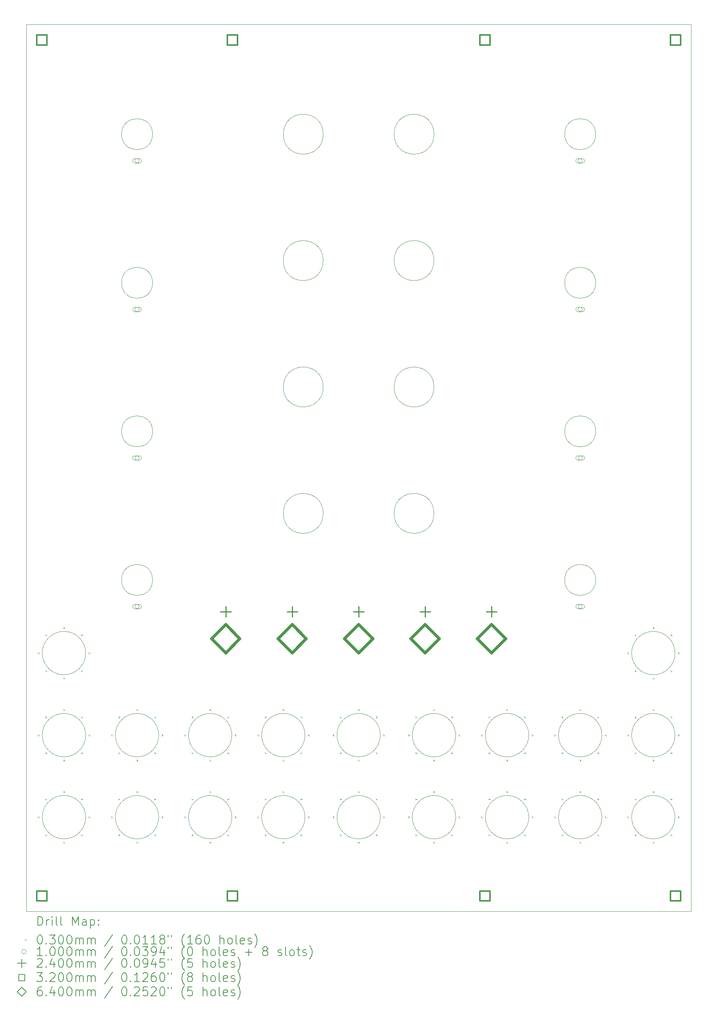
<source format=gbr>
%TF.GenerationSoftware,KiCad,Pcbnew,9.0.4*%
%TF.CreationDate,2025-10-03T19:57:34+02:00*%
%TF.ProjectId,DMH_VCEG_PANEL,444d485f-5643-4454-975f-50414e454c2e,rev?*%
%TF.SameCoordinates,Original*%
%TF.FileFunction,Drillmap*%
%TF.FilePolarity,Positive*%
%FSLAX45Y45*%
G04 Gerber Fmt 4.5, Leading zero omitted, Abs format (unit mm)*
G04 Created by KiCad (PCBNEW 9.0.4) date 2025-10-03 19:57:34*
%MOMM*%
%LPD*%
G01*
G04 APERTURE LIST*
%ADD10C,0.050000*%
%ADD11C,0.200000*%
%ADD12C,0.100000*%
%ADD13C,0.240000*%
%ADD14C,0.320000*%
%ADD15C,0.640000*%
G04 APERTURE END LIST*
D10*
X2500000Y-3000000D02*
X17500000Y-3000000D01*
X17500000Y-23000000D01*
X2500000Y-23000000D01*
X2500000Y-3000000D01*
X15350000Y-8825000D02*
G75*
G02*
X14650000Y-8825000I-350000J0D01*
G01*
X14650000Y-8825000D02*
G75*
G02*
X15350000Y-8825000I350000J0D01*
G01*
X9200000Y-5475000D02*
G75*
G02*
X8300000Y-5475000I-450000J0D01*
G01*
X8300000Y-5475000D02*
G75*
G02*
X9200000Y-5475000I450000J0D01*
G01*
X12190000Y-20875000D02*
G75*
G02*
X11210000Y-20875000I-490000J0D01*
G01*
X11210000Y-20875000D02*
G75*
G02*
X12190000Y-20875000I490000J0D01*
G01*
X9200000Y-14025000D02*
G75*
G02*
X8300000Y-14025000I-450000J0D01*
G01*
X8300000Y-14025000D02*
G75*
G02*
X9200000Y-14025000I450000J0D01*
G01*
X9200000Y-8325000D02*
G75*
G02*
X8300000Y-8325000I-450000J0D01*
G01*
X8300000Y-8325000D02*
G75*
G02*
X9200000Y-8325000I450000J0D01*
G01*
X5350000Y-15525000D02*
G75*
G02*
X4650000Y-15525000I-350000J0D01*
G01*
X4650000Y-15525000D02*
G75*
G02*
X5350000Y-15525000I350000J0D01*
G01*
X11700000Y-11175000D02*
G75*
G02*
X10800000Y-11175000I-450000J0D01*
G01*
X10800000Y-11175000D02*
G75*
G02*
X11700000Y-11175000I450000J0D01*
G01*
X3840000Y-19025000D02*
G75*
G02*
X2860000Y-19025000I-490000J0D01*
G01*
X2860000Y-19025000D02*
G75*
G02*
X3840000Y-19025000I490000J0D01*
G01*
X11700000Y-8325000D02*
G75*
G02*
X10800000Y-8325000I-450000J0D01*
G01*
X10800000Y-8325000D02*
G75*
G02*
X11700000Y-8325000I450000J0D01*
G01*
X5350000Y-12175000D02*
G75*
G02*
X4650000Y-12175000I-350000J0D01*
G01*
X4650000Y-12175000D02*
G75*
G02*
X5350000Y-12175000I350000J0D01*
G01*
X7140000Y-20875000D02*
G75*
G02*
X6160000Y-20875000I-490000J0D01*
G01*
X6160000Y-20875000D02*
G75*
G02*
X7140000Y-20875000I490000J0D01*
G01*
X15490000Y-19025000D02*
G75*
G02*
X14510000Y-19025000I-490000J0D01*
G01*
X14510000Y-19025000D02*
G75*
G02*
X15490000Y-19025000I490000J0D01*
G01*
X13840000Y-19025000D02*
G75*
G02*
X12860000Y-19025000I-490000J0D01*
G01*
X12860000Y-19025000D02*
G75*
G02*
X13840000Y-19025000I490000J0D01*
G01*
X15350000Y-12175000D02*
G75*
G02*
X14650000Y-12175000I-350000J0D01*
G01*
X14650000Y-12175000D02*
G75*
G02*
X15350000Y-12175000I350000J0D01*
G01*
X15490000Y-20875000D02*
G75*
G02*
X14510000Y-20875000I-490000J0D01*
G01*
X14510000Y-20875000D02*
G75*
G02*
X15490000Y-20875000I490000J0D01*
G01*
X12190000Y-19025000D02*
G75*
G02*
X11210000Y-19025000I-490000J0D01*
G01*
X11210000Y-19025000D02*
G75*
G02*
X12190000Y-19025000I490000J0D01*
G01*
X10490000Y-19025000D02*
G75*
G02*
X9510000Y-19025000I-490000J0D01*
G01*
X9510000Y-19025000D02*
G75*
G02*
X10490000Y-19025000I490000J0D01*
G01*
X15350000Y-15525000D02*
G75*
G02*
X14650000Y-15525000I-350000J0D01*
G01*
X14650000Y-15525000D02*
G75*
G02*
X15350000Y-15525000I350000J0D01*
G01*
X9200000Y-11175000D02*
G75*
G02*
X8300000Y-11175000I-450000J0D01*
G01*
X8300000Y-11175000D02*
G75*
G02*
X9200000Y-11175000I450000J0D01*
G01*
X17140000Y-20875000D02*
G75*
G02*
X16160000Y-20875000I-490000J0D01*
G01*
X16160000Y-20875000D02*
G75*
G02*
X17140000Y-20875000I490000J0D01*
G01*
X15350000Y-5475000D02*
G75*
G02*
X14650000Y-5475000I-350000J0D01*
G01*
X14650000Y-5475000D02*
G75*
G02*
X15350000Y-5475000I350000J0D01*
G01*
X17140000Y-19025000D02*
G75*
G02*
X16160000Y-19025000I-490000J0D01*
G01*
X16160000Y-19025000D02*
G75*
G02*
X17140000Y-19025000I490000J0D01*
G01*
X5350000Y-8825000D02*
G75*
G02*
X4650000Y-8825000I-350000J0D01*
G01*
X4650000Y-8825000D02*
G75*
G02*
X5350000Y-8825000I350000J0D01*
G01*
X7140000Y-19025000D02*
G75*
G02*
X6160000Y-19025000I-490000J0D01*
G01*
X6160000Y-19025000D02*
G75*
G02*
X7140000Y-19025000I490000J0D01*
G01*
X8790000Y-19025000D02*
G75*
G02*
X7810000Y-19025000I-490000J0D01*
G01*
X7810000Y-19025000D02*
G75*
G02*
X8790000Y-19025000I490000J0D01*
G01*
X17140000Y-17175000D02*
G75*
G02*
X16160000Y-17175000I-490000J0D01*
G01*
X16160000Y-17175000D02*
G75*
G02*
X17140000Y-17175000I490000J0D01*
G01*
X5490000Y-19025000D02*
G75*
G02*
X4510000Y-19025000I-490000J0D01*
G01*
X4510000Y-19025000D02*
G75*
G02*
X5490000Y-19025000I490000J0D01*
G01*
X3840000Y-17175000D02*
G75*
G02*
X2860000Y-17175000I-490000J0D01*
G01*
X2860000Y-17175000D02*
G75*
G02*
X3840000Y-17175000I490000J0D01*
G01*
X11700000Y-14025000D02*
G75*
G02*
X10800000Y-14025000I-450000J0D01*
G01*
X10800000Y-14025000D02*
G75*
G02*
X11700000Y-14025000I450000J0D01*
G01*
X13840000Y-20875000D02*
G75*
G02*
X12860000Y-20875000I-490000J0D01*
G01*
X12860000Y-20875000D02*
G75*
G02*
X13840000Y-20875000I490000J0D01*
G01*
X10490000Y-20875000D02*
G75*
G02*
X9510000Y-20875000I-490000J0D01*
G01*
X9510000Y-20875000D02*
G75*
G02*
X10490000Y-20875000I490000J0D01*
G01*
X8790000Y-20875000D02*
G75*
G02*
X7810000Y-20875000I-490000J0D01*
G01*
X7810000Y-20875000D02*
G75*
G02*
X8790000Y-20875000I490000J0D01*
G01*
X11700000Y-5475000D02*
G75*
G02*
X10800000Y-5475000I-450000J0D01*
G01*
X10800000Y-5475000D02*
G75*
G02*
X11700000Y-5475000I450000J0D01*
G01*
X5490000Y-20875000D02*
G75*
G02*
X4510000Y-20875000I-490000J0D01*
G01*
X4510000Y-20875000D02*
G75*
G02*
X5490000Y-20875000I490000J0D01*
G01*
X5350000Y-5475000D02*
G75*
G02*
X4650000Y-5475000I-350000J0D01*
G01*
X4650000Y-5475000D02*
G75*
G02*
X5350000Y-5475000I350000J0D01*
G01*
X3840000Y-20875000D02*
G75*
G02*
X2860000Y-20875000I-490000J0D01*
G01*
X2860000Y-20875000D02*
G75*
G02*
X3840000Y-20875000I490000J0D01*
G01*
D11*
D12*
X2765000Y-17160000D02*
X2795000Y-17190000D01*
X2795000Y-17160000D02*
X2765000Y-17190000D01*
X2765000Y-19010000D02*
X2795000Y-19040000D01*
X2795000Y-19010000D02*
X2765000Y-19040000D01*
X2765000Y-20860000D02*
X2795000Y-20890000D01*
X2795000Y-20860000D02*
X2765000Y-20890000D01*
X2931000Y-16757000D02*
X2961000Y-16787000D01*
X2961000Y-16757000D02*
X2931000Y-16787000D01*
X2931000Y-18607000D02*
X2961000Y-18637000D01*
X2961000Y-18607000D02*
X2931000Y-18637000D01*
X2931000Y-20457000D02*
X2961000Y-20487000D01*
X2961000Y-20457000D02*
X2931000Y-20487000D01*
X2932000Y-17564000D02*
X2962000Y-17594000D01*
X2962000Y-17564000D02*
X2932000Y-17594000D01*
X2932000Y-19414000D02*
X2962000Y-19444000D01*
X2962000Y-19414000D02*
X2932000Y-19444000D01*
X2932000Y-21264000D02*
X2962000Y-21294000D01*
X2962000Y-21264000D02*
X2932000Y-21294000D01*
X3335000Y-16590000D02*
X3365000Y-16620000D01*
X3365000Y-16590000D02*
X3335000Y-16620000D01*
X3335000Y-17730000D02*
X3365000Y-17760000D01*
X3365000Y-17730000D02*
X3335000Y-17760000D01*
X3335000Y-18440000D02*
X3365000Y-18470000D01*
X3365000Y-18440000D02*
X3335000Y-18470000D01*
X3335000Y-19580000D02*
X3365000Y-19610000D01*
X3365000Y-19580000D02*
X3335000Y-19610000D01*
X3335000Y-20290000D02*
X3365000Y-20320000D01*
X3365000Y-20290000D02*
X3335000Y-20320000D01*
X3335000Y-21430000D02*
X3365000Y-21460000D01*
X3365000Y-21430000D02*
X3335000Y-21460000D01*
X3738000Y-17564000D02*
X3768000Y-17594000D01*
X3768000Y-17564000D02*
X3738000Y-17594000D01*
X3738000Y-19414000D02*
X3768000Y-19444000D01*
X3768000Y-19414000D02*
X3738000Y-19444000D01*
X3738000Y-21264000D02*
X3768000Y-21294000D01*
X3768000Y-21264000D02*
X3738000Y-21294000D01*
X3739000Y-16757000D02*
X3769000Y-16787000D01*
X3769000Y-16757000D02*
X3739000Y-16787000D01*
X3739000Y-18607000D02*
X3769000Y-18637000D01*
X3769000Y-18607000D02*
X3739000Y-18637000D01*
X3739000Y-20457000D02*
X3769000Y-20487000D01*
X3769000Y-20457000D02*
X3739000Y-20487000D01*
X3905000Y-17160000D02*
X3935000Y-17190000D01*
X3935000Y-17160000D02*
X3905000Y-17190000D01*
X3905000Y-19010000D02*
X3935000Y-19040000D01*
X3935000Y-19010000D02*
X3905000Y-19040000D01*
X3905000Y-20860000D02*
X3935000Y-20890000D01*
X3935000Y-20860000D02*
X3905000Y-20890000D01*
X4415000Y-19010000D02*
X4445000Y-19040000D01*
X4445000Y-19010000D02*
X4415000Y-19040000D01*
X4415000Y-20860000D02*
X4445000Y-20890000D01*
X4445000Y-20860000D02*
X4415000Y-20890000D01*
X4581000Y-18607000D02*
X4611000Y-18637000D01*
X4611000Y-18607000D02*
X4581000Y-18637000D01*
X4581000Y-20457000D02*
X4611000Y-20487000D01*
X4611000Y-20457000D02*
X4581000Y-20487000D01*
X4582000Y-19414000D02*
X4612000Y-19444000D01*
X4612000Y-19414000D02*
X4582000Y-19444000D01*
X4582000Y-21264000D02*
X4612000Y-21294000D01*
X4612000Y-21264000D02*
X4582000Y-21294000D01*
X4985000Y-18440000D02*
X5015000Y-18470000D01*
X5015000Y-18440000D02*
X4985000Y-18470000D01*
X4985000Y-19580000D02*
X5015000Y-19610000D01*
X5015000Y-19580000D02*
X4985000Y-19610000D01*
X4985000Y-20290000D02*
X5015000Y-20320000D01*
X5015000Y-20290000D02*
X4985000Y-20320000D01*
X4985000Y-21430000D02*
X5015000Y-21460000D01*
X5015000Y-21430000D02*
X4985000Y-21460000D01*
X5388000Y-19414000D02*
X5418000Y-19444000D01*
X5418000Y-19414000D02*
X5388000Y-19444000D01*
X5388000Y-21264000D02*
X5418000Y-21294000D01*
X5418000Y-21264000D02*
X5388000Y-21294000D01*
X5389000Y-18607000D02*
X5419000Y-18637000D01*
X5419000Y-18607000D02*
X5389000Y-18637000D01*
X5389000Y-20457000D02*
X5419000Y-20487000D01*
X5419000Y-20457000D02*
X5389000Y-20487000D01*
X5555000Y-19010000D02*
X5585000Y-19040000D01*
X5585000Y-19010000D02*
X5555000Y-19040000D01*
X5555000Y-20860000D02*
X5585000Y-20890000D01*
X5585000Y-20860000D02*
X5555000Y-20890000D01*
X6065000Y-19010000D02*
X6095000Y-19040000D01*
X6095000Y-19010000D02*
X6065000Y-19040000D01*
X6065000Y-20860000D02*
X6095000Y-20890000D01*
X6095000Y-20860000D02*
X6065000Y-20890000D01*
X6231000Y-18607000D02*
X6261000Y-18637000D01*
X6261000Y-18607000D02*
X6231000Y-18637000D01*
X6231000Y-20457000D02*
X6261000Y-20487000D01*
X6261000Y-20457000D02*
X6231000Y-20487000D01*
X6232000Y-19414000D02*
X6262000Y-19444000D01*
X6262000Y-19414000D02*
X6232000Y-19444000D01*
X6232000Y-21264000D02*
X6262000Y-21294000D01*
X6262000Y-21264000D02*
X6232000Y-21294000D01*
X6635000Y-18440000D02*
X6665000Y-18470000D01*
X6665000Y-18440000D02*
X6635000Y-18470000D01*
X6635000Y-19580000D02*
X6665000Y-19610000D01*
X6665000Y-19580000D02*
X6635000Y-19610000D01*
X6635000Y-20290000D02*
X6665000Y-20320000D01*
X6665000Y-20290000D02*
X6635000Y-20320000D01*
X6635000Y-21430000D02*
X6665000Y-21460000D01*
X6665000Y-21430000D02*
X6635000Y-21460000D01*
X7038000Y-19414000D02*
X7068000Y-19444000D01*
X7068000Y-19414000D02*
X7038000Y-19444000D01*
X7038000Y-21264000D02*
X7068000Y-21294000D01*
X7068000Y-21264000D02*
X7038000Y-21294000D01*
X7039000Y-18607000D02*
X7069000Y-18637000D01*
X7069000Y-18607000D02*
X7039000Y-18637000D01*
X7039000Y-20457000D02*
X7069000Y-20487000D01*
X7069000Y-20457000D02*
X7039000Y-20487000D01*
X7205000Y-19010000D02*
X7235000Y-19040000D01*
X7235000Y-19010000D02*
X7205000Y-19040000D01*
X7205000Y-20860000D02*
X7235000Y-20890000D01*
X7235000Y-20860000D02*
X7205000Y-20890000D01*
X7715000Y-19010000D02*
X7745000Y-19040000D01*
X7745000Y-19010000D02*
X7715000Y-19040000D01*
X7715000Y-20860000D02*
X7745000Y-20890000D01*
X7745000Y-20860000D02*
X7715000Y-20890000D01*
X7881000Y-18607000D02*
X7911000Y-18637000D01*
X7911000Y-18607000D02*
X7881000Y-18637000D01*
X7881000Y-20457000D02*
X7911000Y-20487000D01*
X7911000Y-20457000D02*
X7881000Y-20487000D01*
X7882000Y-19414000D02*
X7912000Y-19444000D01*
X7912000Y-19414000D02*
X7882000Y-19444000D01*
X7882000Y-21264000D02*
X7912000Y-21294000D01*
X7912000Y-21264000D02*
X7882000Y-21294000D01*
X8285000Y-18440000D02*
X8315000Y-18470000D01*
X8315000Y-18440000D02*
X8285000Y-18470000D01*
X8285000Y-19580000D02*
X8315000Y-19610000D01*
X8315000Y-19580000D02*
X8285000Y-19610000D01*
X8285000Y-20290000D02*
X8315000Y-20320000D01*
X8315000Y-20290000D02*
X8285000Y-20320000D01*
X8285000Y-21430000D02*
X8315000Y-21460000D01*
X8315000Y-21430000D02*
X8285000Y-21460000D01*
X8688000Y-19414000D02*
X8718000Y-19444000D01*
X8718000Y-19414000D02*
X8688000Y-19444000D01*
X8688000Y-21264000D02*
X8718000Y-21294000D01*
X8718000Y-21264000D02*
X8688000Y-21294000D01*
X8689000Y-18607000D02*
X8719000Y-18637000D01*
X8719000Y-18607000D02*
X8689000Y-18637000D01*
X8689000Y-20457000D02*
X8719000Y-20487000D01*
X8719000Y-20457000D02*
X8689000Y-20487000D01*
X8855000Y-19010000D02*
X8885000Y-19040000D01*
X8885000Y-19010000D02*
X8855000Y-19040000D01*
X8855000Y-20860000D02*
X8885000Y-20890000D01*
X8885000Y-20860000D02*
X8855000Y-20890000D01*
X9415000Y-19010000D02*
X9445000Y-19040000D01*
X9445000Y-19010000D02*
X9415000Y-19040000D01*
X9415000Y-20860000D02*
X9445000Y-20890000D01*
X9445000Y-20860000D02*
X9415000Y-20890000D01*
X9581000Y-18607000D02*
X9611000Y-18637000D01*
X9611000Y-18607000D02*
X9581000Y-18637000D01*
X9581000Y-20457000D02*
X9611000Y-20487000D01*
X9611000Y-20457000D02*
X9581000Y-20487000D01*
X9582000Y-19414000D02*
X9612000Y-19444000D01*
X9612000Y-19414000D02*
X9582000Y-19444000D01*
X9582000Y-21264000D02*
X9612000Y-21294000D01*
X9612000Y-21264000D02*
X9582000Y-21294000D01*
X9985000Y-18440000D02*
X10015000Y-18470000D01*
X10015000Y-18440000D02*
X9985000Y-18470000D01*
X9985000Y-19580000D02*
X10015000Y-19610000D01*
X10015000Y-19580000D02*
X9985000Y-19610000D01*
X9985000Y-20290000D02*
X10015000Y-20320000D01*
X10015000Y-20290000D02*
X9985000Y-20320000D01*
X9985000Y-21430000D02*
X10015000Y-21460000D01*
X10015000Y-21430000D02*
X9985000Y-21460000D01*
X10388000Y-19414000D02*
X10418000Y-19444000D01*
X10418000Y-19414000D02*
X10388000Y-19444000D01*
X10388000Y-21264000D02*
X10418000Y-21294000D01*
X10418000Y-21264000D02*
X10388000Y-21294000D01*
X10389000Y-18607000D02*
X10419000Y-18637000D01*
X10419000Y-18607000D02*
X10389000Y-18637000D01*
X10389000Y-20457000D02*
X10419000Y-20487000D01*
X10419000Y-20457000D02*
X10389000Y-20487000D01*
X10555000Y-19010000D02*
X10585000Y-19040000D01*
X10585000Y-19010000D02*
X10555000Y-19040000D01*
X10555000Y-20860000D02*
X10585000Y-20890000D01*
X10585000Y-20860000D02*
X10555000Y-20890000D01*
X11115000Y-19010000D02*
X11145000Y-19040000D01*
X11145000Y-19010000D02*
X11115000Y-19040000D01*
X11115000Y-20860000D02*
X11145000Y-20890000D01*
X11145000Y-20860000D02*
X11115000Y-20890000D01*
X11281000Y-18607000D02*
X11311000Y-18637000D01*
X11311000Y-18607000D02*
X11281000Y-18637000D01*
X11281000Y-20457000D02*
X11311000Y-20487000D01*
X11311000Y-20457000D02*
X11281000Y-20487000D01*
X11282000Y-19414000D02*
X11312000Y-19444000D01*
X11312000Y-19414000D02*
X11282000Y-19444000D01*
X11282000Y-21264000D02*
X11312000Y-21294000D01*
X11312000Y-21264000D02*
X11282000Y-21294000D01*
X11685000Y-18440000D02*
X11715000Y-18470000D01*
X11715000Y-18440000D02*
X11685000Y-18470000D01*
X11685000Y-19580000D02*
X11715000Y-19610000D01*
X11715000Y-19580000D02*
X11685000Y-19610000D01*
X11685000Y-20290000D02*
X11715000Y-20320000D01*
X11715000Y-20290000D02*
X11685000Y-20320000D01*
X11685000Y-21430000D02*
X11715000Y-21460000D01*
X11715000Y-21430000D02*
X11685000Y-21460000D01*
X12088000Y-19414000D02*
X12118000Y-19444000D01*
X12118000Y-19414000D02*
X12088000Y-19444000D01*
X12088000Y-21264000D02*
X12118000Y-21294000D01*
X12118000Y-21264000D02*
X12088000Y-21294000D01*
X12089000Y-18607000D02*
X12119000Y-18637000D01*
X12119000Y-18607000D02*
X12089000Y-18637000D01*
X12089000Y-20457000D02*
X12119000Y-20487000D01*
X12119000Y-20457000D02*
X12089000Y-20487000D01*
X12255000Y-19010000D02*
X12285000Y-19040000D01*
X12285000Y-19010000D02*
X12255000Y-19040000D01*
X12255000Y-20860000D02*
X12285000Y-20890000D01*
X12285000Y-20860000D02*
X12255000Y-20890000D01*
X12765000Y-19010000D02*
X12795000Y-19040000D01*
X12795000Y-19010000D02*
X12765000Y-19040000D01*
X12765000Y-20860000D02*
X12795000Y-20890000D01*
X12795000Y-20860000D02*
X12765000Y-20890000D01*
X12931000Y-18607000D02*
X12961000Y-18637000D01*
X12961000Y-18607000D02*
X12931000Y-18637000D01*
X12931000Y-20457000D02*
X12961000Y-20487000D01*
X12961000Y-20457000D02*
X12931000Y-20487000D01*
X12932000Y-19414000D02*
X12962000Y-19444000D01*
X12962000Y-19414000D02*
X12932000Y-19444000D01*
X12932000Y-21264000D02*
X12962000Y-21294000D01*
X12962000Y-21264000D02*
X12932000Y-21294000D01*
X13335000Y-18440000D02*
X13365000Y-18470000D01*
X13365000Y-18440000D02*
X13335000Y-18470000D01*
X13335000Y-19580000D02*
X13365000Y-19610000D01*
X13365000Y-19580000D02*
X13335000Y-19610000D01*
X13335000Y-20290000D02*
X13365000Y-20320000D01*
X13365000Y-20290000D02*
X13335000Y-20320000D01*
X13335000Y-21430000D02*
X13365000Y-21460000D01*
X13365000Y-21430000D02*
X13335000Y-21460000D01*
X13738000Y-19414000D02*
X13768000Y-19444000D01*
X13768000Y-19414000D02*
X13738000Y-19444000D01*
X13738000Y-21264000D02*
X13768000Y-21294000D01*
X13768000Y-21264000D02*
X13738000Y-21294000D01*
X13739000Y-18607000D02*
X13769000Y-18637000D01*
X13769000Y-18607000D02*
X13739000Y-18637000D01*
X13739000Y-20457000D02*
X13769000Y-20487000D01*
X13769000Y-20457000D02*
X13739000Y-20487000D01*
X13905000Y-19010000D02*
X13935000Y-19040000D01*
X13935000Y-19010000D02*
X13905000Y-19040000D01*
X13905000Y-20860000D02*
X13935000Y-20890000D01*
X13935000Y-20860000D02*
X13905000Y-20890000D01*
X14415000Y-19010000D02*
X14445000Y-19040000D01*
X14445000Y-19010000D02*
X14415000Y-19040000D01*
X14415000Y-20860000D02*
X14445000Y-20890000D01*
X14445000Y-20860000D02*
X14415000Y-20890000D01*
X14581000Y-18607000D02*
X14611000Y-18637000D01*
X14611000Y-18607000D02*
X14581000Y-18637000D01*
X14581000Y-20457000D02*
X14611000Y-20487000D01*
X14611000Y-20457000D02*
X14581000Y-20487000D01*
X14582000Y-19414000D02*
X14612000Y-19444000D01*
X14612000Y-19414000D02*
X14582000Y-19444000D01*
X14582000Y-21264000D02*
X14612000Y-21294000D01*
X14612000Y-21264000D02*
X14582000Y-21294000D01*
X14985000Y-18440000D02*
X15015000Y-18470000D01*
X15015000Y-18440000D02*
X14985000Y-18470000D01*
X14985000Y-19580000D02*
X15015000Y-19610000D01*
X15015000Y-19580000D02*
X14985000Y-19610000D01*
X14985000Y-20290000D02*
X15015000Y-20320000D01*
X15015000Y-20290000D02*
X14985000Y-20320000D01*
X14985000Y-21430000D02*
X15015000Y-21460000D01*
X15015000Y-21430000D02*
X14985000Y-21460000D01*
X15388000Y-19414000D02*
X15418000Y-19444000D01*
X15418000Y-19414000D02*
X15388000Y-19444000D01*
X15388000Y-21264000D02*
X15418000Y-21294000D01*
X15418000Y-21264000D02*
X15388000Y-21294000D01*
X15389000Y-18607000D02*
X15419000Y-18637000D01*
X15419000Y-18607000D02*
X15389000Y-18637000D01*
X15389000Y-20457000D02*
X15419000Y-20487000D01*
X15419000Y-20457000D02*
X15389000Y-20487000D01*
X15555000Y-19010000D02*
X15585000Y-19040000D01*
X15585000Y-19010000D02*
X15555000Y-19040000D01*
X15555000Y-20860000D02*
X15585000Y-20890000D01*
X15585000Y-20860000D02*
X15555000Y-20890000D01*
X16065000Y-17160000D02*
X16095000Y-17190000D01*
X16095000Y-17160000D02*
X16065000Y-17190000D01*
X16065000Y-19010000D02*
X16095000Y-19040000D01*
X16095000Y-19010000D02*
X16065000Y-19040000D01*
X16065000Y-20860000D02*
X16095000Y-20890000D01*
X16095000Y-20860000D02*
X16065000Y-20890000D01*
X16231000Y-16757000D02*
X16261000Y-16787000D01*
X16261000Y-16757000D02*
X16231000Y-16787000D01*
X16231000Y-18607000D02*
X16261000Y-18637000D01*
X16261000Y-18607000D02*
X16231000Y-18637000D01*
X16231000Y-20457000D02*
X16261000Y-20487000D01*
X16261000Y-20457000D02*
X16231000Y-20487000D01*
X16232000Y-17564000D02*
X16262000Y-17594000D01*
X16262000Y-17564000D02*
X16232000Y-17594000D01*
X16232000Y-19414000D02*
X16262000Y-19444000D01*
X16262000Y-19414000D02*
X16232000Y-19444000D01*
X16232000Y-21264000D02*
X16262000Y-21294000D01*
X16262000Y-21264000D02*
X16232000Y-21294000D01*
X16635000Y-16590000D02*
X16665000Y-16620000D01*
X16665000Y-16590000D02*
X16635000Y-16620000D01*
X16635000Y-17730000D02*
X16665000Y-17760000D01*
X16665000Y-17730000D02*
X16635000Y-17760000D01*
X16635000Y-18440000D02*
X16665000Y-18470000D01*
X16665000Y-18440000D02*
X16635000Y-18470000D01*
X16635000Y-19580000D02*
X16665000Y-19610000D01*
X16665000Y-19580000D02*
X16635000Y-19610000D01*
X16635000Y-20290000D02*
X16665000Y-20320000D01*
X16665000Y-20290000D02*
X16635000Y-20320000D01*
X16635000Y-21430000D02*
X16665000Y-21460000D01*
X16665000Y-21430000D02*
X16635000Y-21460000D01*
X17038000Y-17564000D02*
X17068000Y-17594000D01*
X17068000Y-17564000D02*
X17038000Y-17594000D01*
X17038000Y-19414000D02*
X17068000Y-19444000D01*
X17068000Y-19414000D02*
X17038000Y-19444000D01*
X17038000Y-21264000D02*
X17068000Y-21294000D01*
X17068000Y-21264000D02*
X17038000Y-21294000D01*
X17039000Y-16757000D02*
X17069000Y-16787000D01*
X17069000Y-16757000D02*
X17039000Y-16787000D01*
X17039000Y-18607000D02*
X17069000Y-18637000D01*
X17069000Y-18607000D02*
X17039000Y-18637000D01*
X17039000Y-20457000D02*
X17069000Y-20487000D01*
X17069000Y-20457000D02*
X17039000Y-20487000D01*
X17205000Y-17160000D02*
X17235000Y-17190000D01*
X17235000Y-17160000D02*
X17205000Y-17190000D01*
X17205000Y-19010000D02*
X17235000Y-19040000D01*
X17235000Y-19010000D02*
X17205000Y-19040000D01*
X17205000Y-20860000D02*
X17235000Y-20890000D01*
X17235000Y-20860000D02*
X17205000Y-20890000D01*
X5050000Y-6075000D02*
G75*
G02*
X4950000Y-6075000I-50000J0D01*
G01*
X4950000Y-6075000D02*
G75*
G02*
X5050000Y-6075000I50000J0D01*
G01*
X4950000Y-6125000D02*
X5050000Y-6125000D01*
X5050000Y-6025000D02*
G75*
G02*
X5050000Y-6125000I0J-50000D01*
G01*
X5050000Y-6025000D02*
X4950000Y-6025000D01*
X4950000Y-6025000D02*
G75*
G03*
X4950000Y-6125000I0J-50000D01*
G01*
X5050000Y-9425000D02*
G75*
G02*
X4950000Y-9425000I-50000J0D01*
G01*
X4950000Y-9425000D02*
G75*
G02*
X5050000Y-9425000I50000J0D01*
G01*
X4950000Y-9475000D02*
X5050000Y-9475000D01*
X5050000Y-9375000D02*
G75*
G02*
X5050000Y-9475000I0J-50000D01*
G01*
X5050000Y-9375000D02*
X4950000Y-9375000D01*
X4950000Y-9375000D02*
G75*
G03*
X4950000Y-9475000I0J-50000D01*
G01*
X5050000Y-12775000D02*
G75*
G02*
X4950000Y-12775000I-50000J0D01*
G01*
X4950000Y-12775000D02*
G75*
G02*
X5050000Y-12775000I50000J0D01*
G01*
X4950000Y-12825000D02*
X5050000Y-12825000D01*
X5050000Y-12725000D02*
G75*
G02*
X5050000Y-12825000I0J-50000D01*
G01*
X5050000Y-12725000D02*
X4950000Y-12725000D01*
X4950000Y-12725000D02*
G75*
G03*
X4950000Y-12825000I0J-50000D01*
G01*
X5050000Y-16125000D02*
G75*
G02*
X4950000Y-16125000I-50000J0D01*
G01*
X4950000Y-16125000D02*
G75*
G02*
X5050000Y-16125000I50000J0D01*
G01*
X4950000Y-16175000D02*
X5050000Y-16175000D01*
X5050000Y-16075000D02*
G75*
G02*
X5050000Y-16175000I0J-50000D01*
G01*
X5050000Y-16075000D02*
X4950000Y-16075000D01*
X4950000Y-16075000D02*
G75*
G03*
X4950000Y-16175000I0J-50000D01*
G01*
X15050000Y-6075000D02*
G75*
G02*
X14950000Y-6075000I-50000J0D01*
G01*
X14950000Y-6075000D02*
G75*
G02*
X15050000Y-6075000I50000J0D01*
G01*
X14950000Y-6125000D02*
X15050000Y-6125000D01*
X15050000Y-6025000D02*
G75*
G02*
X15050000Y-6125000I0J-50000D01*
G01*
X15050000Y-6025000D02*
X14950000Y-6025000D01*
X14950000Y-6025000D02*
G75*
G03*
X14950000Y-6125000I0J-50000D01*
G01*
X15050000Y-9425000D02*
G75*
G02*
X14950000Y-9425000I-50000J0D01*
G01*
X14950000Y-9425000D02*
G75*
G02*
X15050000Y-9425000I50000J0D01*
G01*
X14950000Y-9475000D02*
X15050000Y-9475000D01*
X15050000Y-9375000D02*
G75*
G02*
X15050000Y-9475000I0J-50000D01*
G01*
X15050000Y-9375000D02*
X14950000Y-9375000D01*
X14950000Y-9375000D02*
G75*
G03*
X14950000Y-9475000I0J-50000D01*
G01*
X15050000Y-12775000D02*
G75*
G02*
X14950000Y-12775000I-50000J0D01*
G01*
X14950000Y-12775000D02*
G75*
G02*
X15050000Y-12775000I50000J0D01*
G01*
X14950000Y-12825000D02*
X15050000Y-12825000D01*
X15050000Y-12725000D02*
G75*
G02*
X15050000Y-12825000I0J-50000D01*
G01*
X15050000Y-12725000D02*
X14950000Y-12725000D01*
X14950000Y-12725000D02*
G75*
G03*
X14950000Y-12825000I0J-50000D01*
G01*
X15050000Y-16125000D02*
G75*
G02*
X14950000Y-16125000I-50000J0D01*
G01*
X14950000Y-16125000D02*
G75*
G02*
X15050000Y-16125000I50000J0D01*
G01*
X14950000Y-16175000D02*
X15050000Y-16175000D01*
X15050000Y-16075000D02*
G75*
G02*
X15050000Y-16175000I0J-50000D01*
G01*
X15050000Y-16075000D02*
X14950000Y-16075000D01*
X14950000Y-16075000D02*
G75*
G03*
X14950000Y-16175000I0J-50000D01*
G01*
D13*
X7000000Y-16120000D02*
X7000000Y-16360000D01*
X6880000Y-16240000D02*
X7120000Y-16240000D01*
X8500000Y-16120000D02*
X8500000Y-16360000D01*
X8380000Y-16240000D02*
X8620000Y-16240000D01*
X10000000Y-16120000D02*
X10000000Y-16360000D01*
X9880000Y-16240000D02*
X10120000Y-16240000D01*
X11500000Y-16120000D02*
X11500000Y-16360000D01*
X11380000Y-16240000D02*
X11620000Y-16240000D01*
X13000000Y-16120000D02*
X13000000Y-16360000D01*
X12880000Y-16240000D02*
X13120000Y-16240000D01*
D14*
X2963138Y-3463138D02*
X2963138Y-3236862D01*
X2736862Y-3236862D01*
X2736862Y-3463138D01*
X2963138Y-3463138D01*
X2963138Y-22763138D02*
X2963138Y-22536862D01*
X2736862Y-22536862D01*
X2736862Y-22763138D01*
X2963138Y-22763138D01*
X7263138Y-3463138D02*
X7263138Y-3236862D01*
X7036862Y-3236862D01*
X7036862Y-3463138D01*
X7263138Y-3463138D01*
X7263138Y-22763138D02*
X7263138Y-22536862D01*
X7036862Y-22536862D01*
X7036862Y-22763138D01*
X7263138Y-22763138D01*
X12963138Y-3463138D02*
X12963138Y-3236862D01*
X12736862Y-3236862D01*
X12736862Y-3463138D01*
X12963138Y-3463138D01*
X12963138Y-22763138D02*
X12963138Y-22536862D01*
X12736862Y-22536862D01*
X12736862Y-22763138D01*
X12963138Y-22763138D01*
X17263138Y-3463138D02*
X17263138Y-3236862D01*
X17036862Y-3236862D01*
X17036862Y-3463138D01*
X17263138Y-3463138D01*
X17263138Y-22763138D02*
X17263138Y-22536862D01*
X17036862Y-22536862D01*
X17036862Y-22763138D01*
X17263138Y-22763138D01*
D15*
X7000000Y-17170000D02*
X7320000Y-16850000D01*
X7000000Y-16530000D01*
X6680000Y-16850000D01*
X7000000Y-17170000D01*
X8500000Y-17170000D02*
X8820000Y-16850000D01*
X8500000Y-16530000D01*
X8180000Y-16850000D01*
X8500000Y-17170000D01*
X10000000Y-17170000D02*
X10320000Y-16850000D01*
X10000000Y-16530000D01*
X9680000Y-16850000D01*
X10000000Y-17170000D01*
X11500000Y-17170000D02*
X11820000Y-16850000D01*
X11500000Y-16530000D01*
X11180000Y-16850000D01*
X11500000Y-17170000D01*
X13000000Y-17170000D02*
X13320000Y-16850000D01*
X13000000Y-16530000D01*
X12680000Y-16850000D01*
X13000000Y-17170000D01*
D11*
X2758277Y-23313984D02*
X2758277Y-23113984D01*
X2758277Y-23113984D02*
X2805896Y-23113984D01*
X2805896Y-23113984D02*
X2834467Y-23123508D01*
X2834467Y-23123508D02*
X2853515Y-23142555D01*
X2853515Y-23142555D02*
X2863039Y-23161603D01*
X2863039Y-23161603D02*
X2872562Y-23199698D01*
X2872562Y-23199698D02*
X2872562Y-23228269D01*
X2872562Y-23228269D02*
X2863039Y-23266365D01*
X2863039Y-23266365D02*
X2853515Y-23285412D01*
X2853515Y-23285412D02*
X2834467Y-23304460D01*
X2834467Y-23304460D02*
X2805896Y-23313984D01*
X2805896Y-23313984D02*
X2758277Y-23313984D01*
X2958277Y-23313984D02*
X2958277Y-23180650D01*
X2958277Y-23218746D02*
X2967801Y-23199698D01*
X2967801Y-23199698D02*
X2977324Y-23190174D01*
X2977324Y-23190174D02*
X2996372Y-23180650D01*
X2996372Y-23180650D02*
X3015420Y-23180650D01*
X3082086Y-23313984D02*
X3082086Y-23180650D01*
X3082086Y-23113984D02*
X3072562Y-23123508D01*
X3072562Y-23123508D02*
X3082086Y-23133031D01*
X3082086Y-23133031D02*
X3091610Y-23123508D01*
X3091610Y-23123508D02*
X3082086Y-23113984D01*
X3082086Y-23113984D02*
X3082086Y-23133031D01*
X3205896Y-23313984D02*
X3186848Y-23304460D01*
X3186848Y-23304460D02*
X3177324Y-23285412D01*
X3177324Y-23285412D02*
X3177324Y-23113984D01*
X3310658Y-23313984D02*
X3291610Y-23304460D01*
X3291610Y-23304460D02*
X3282086Y-23285412D01*
X3282086Y-23285412D02*
X3282086Y-23113984D01*
X3539229Y-23313984D02*
X3539229Y-23113984D01*
X3539229Y-23113984D02*
X3605896Y-23256841D01*
X3605896Y-23256841D02*
X3672562Y-23113984D01*
X3672562Y-23113984D02*
X3672562Y-23313984D01*
X3853515Y-23313984D02*
X3853515Y-23209222D01*
X3853515Y-23209222D02*
X3843991Y-23190174D01*
X3843991Y-23190174D02*
X3824943Y-23180650D01*
X3824943Y-23180650D02*
X3786848Y-23180650D01*
X3786848Y-23180650D02*
X3767801Y-23190174D01*
X3853515Y-23304460D02*
X3834467Y-23313984D01*
X3834467Y-23313984D02*
X3786848Y-23313984D01*
X3786848Y-23313984D02*
X3767801Y-23304460D01*
X3767801Y-23304460D02*
X3758277Y-23285412D01*
X3758277Y-23285412D02*
X3758277Y-23266365D01*
X3758277Y-23266365D02*
X3767801Y-23247317D01*
X3767801Y-23247317D02*
X3786848Y-23237793D01*
X3786848Y-23237793D02*
X3834467Y-23237793D01*
X3834467Y-23237793D02*
X3853515Y-23228269D01*
X3948753Y-23180650D02*
X3948753Y-23380650D01*
X3948753Y-23190174D02*
X3967801Y-23180650D01*
X3967801Y-23180650D02*
X4005896Y-23180650D01*
X4005896Y-23180650D02*
X4024943Y-23190174D01*
X4024943Y-23190174D02*
X4034467Y-23199698D01*
X4034467Y-23199698D02*
X4043991Y-23218746D01*
X4043991Y-23218746D02*
X4043991Y-23275888D01*
X4043991Y-23275888D02*
X4034467Y-23294936D01*
X4034467Y-23294936D02*
X4024943Y-23304460D01*
X4024943Y-23304460D02*
X4005896Y-23313984D01*
X4005896Y-23313984D02*
X3967801Y-23313984D01*
X3967801Y-23313984D02*
X3948753Y-23304460D01*
X4129705Y-23294936D02*
X4139229Y-23304460D01*
X4139229Y-23304460D02*
X4129705Y-23313984D01*
X4129705Y-23313984D02*
X4120182Y-23304460D01*
X4120182Y-23304460D02*
X4129705Y-23294936D01*
X4129705Y-23294936D02*
X4129705Y-23313984D01*
X4129705Y-23190174D02*
X4139229Y-23199698D01*
X4139229Y-23199698D02*
X4129705Y-23209222D01*
X4129705Y-23209222D02*
X4120182Y-23199698D01*
X4120182Y-23199698D02*
X4129705Y-23190174D01*
X4129705Y-23190174D02*
X4129705Y-23209222D01*
D12*
X2467500Y-23627500D02*
X2497500Y-23657500D01*
X2497500Y-23627500D02*
X2467500Y-23657500D01*
D11*
X2796372Y-23533984D02*
X2815420Y-23533984D01*
X2815420Y-23533984D02*
X2834467Y-23543508D01*
X2834467Y-23543508D02*
X2843991Y-23553031D01*
X2843991Y-23553031D02*
X2853515Y-23572079D01*
X2853515Y-23572079D02*
X2863039Y-23610174D01*
X2863039Y-23610174D02*
X2863039Y-23657793D01*
X2863039Y-23657793D02*
X2853515Y-23695888D01*
X2853515Y-23695888D02*
X2843991Y-23714936D01*
X2843991Y-23714936D02*
X2834467Y-23724460D01*
X2834467Y-23724460D02*
X2815420Y-23733984D01*
X2815420Y-23733984D02*
X2796372Y-23733984D01*
X2796372Y-23733984D02*
X2777324Y-23724460D01*
X2777324Y-23724460D02*
X2767801Y-23714936D01*
X2767801Y-23714936D02*
X2758277Y-23695888D01*
X2758277Y-23695888D02*
X2748753Y-23657793D01*
X2748753Y-23657793D02*
X2748753Y-23610174D01*
X2748753Y-23610174D02*
X2758277Y-23572079D01*
X2758277Y-23572079D02*
X2767801Y-23553031D01*
X2767801Y-23553031D02*
X2777324Y-23543508D01*
X2777324Y-23543508D02*
X2796372Y-23533984D01*
X2948753Y-23714936D02*
X2958277Y-23724460D01*
X2958277Y-23724460D02*
X2948753Y-23733984D01*
X2948753Y-23733984D02*
X2939229Y-23724460D01*
X2939229Y-23724460D02*
X2948753Y-23714936D01*
X2948753Y-23714936D02*
X2948753Y-23733984D01*
X3024943Y-23533984D02*
X3148753Y-23533984D01*
X3148753Y-23533984D02*
X3082086Y-23610174D01*
X3082086Y-23610174D02*
X3110658Y-23610174D01*
X3110658Y-23610174D02*
X3129705Y-23619698D01*
X3129705Y-23619698D02*
X3139229Y-23629222D01*
X3139229Y-23629222D02*
X3148753Y-23648269D01*
X3148753Y-23648269D02*
X3148753Y-23695888D01*
X3148753Y-23695888D02*
X3139229Y-23714936D01*
X3139229Y-23714936D02*
X3129705Y-23724460D01*
X3129705Y-23724460D02*
X3110658Y-23733984D01*
X3110658Y-23733984D02*
X3053515Y-23733984D01*
X3053515Y-23733984D02*
X3034467Y-23724460D01*
X3034467Y-23724460D02*
X3024943Y-23714936D01*
X3272562Y-23533984D02*
X3291610Y-23533984D01*
X3291610Y-23533984D02*
X3310658Y-23543508D01*
X3310658Y-23543508D02*
X3320182Y-23553031D01*
X3320182Y-23553031D02*
X3329705Y-23572079D01*
X3329705Y-23572079D02*
X3339229Y-23610174D01*
X3339229Y-23610174D02*
X3339229Y-23657793D01*
X3339229Y-23657793D02*
X3329705Y-23695888D01*
X3329705Y-23695888D02*
X3320182Y-23714936D01*
X3320182Y-23714936D02*
X3310658Y-23724460D01*
X3310658Y-23724460D02*
X3291610Y-23733984D01*
X3291610Y-23733984D02*
X3272562Y-23733984D01*
X3272562Y-23733984D02*
X3253515Y-23724460D01*
X3253515Y-23724460D02*
X3243991Y-23714936D01*
X3243991Y-23714936D02*
X3234467Y-23695888D01*
X3234467Y-23695888D02*
X3224943Y-23657793D01*
X3224943Y-23657793D02*
X3224943Y-23610174D01*
X3224943Y-23610174D02*
X3234467Y-23572079D01*
X3234467Y-23572079D02*
X3243991Y-23553031D01*
X3243991Y-23553031D02*
X3253515Y-23543508D01*
X3253515Y-23543508D02*
X3272562Y-23533984D01*
X3463039Y-23533984D02*
X3482086Y-23533984D01*
X3482086Y-23533984D02*
X3501134Y-23543508D01*
X3501134Y-23543508D02*
X3510658Y-23553031D01*
X3510658Y-23553031D02*
X3520182Y-23572079D01*
X3520182Y-23572079D02*
X3529705Y-23610174D01*
X3529705Y-23610174D02*
X3529705Y-23657793D01*
X3529705Y-23657793D02*
X3520182Y-23695888D01*
X3520182Y-23695888D02*
X3510658Y-23714936D01*
X3510658Y-23714936D02*
X3501134Y-23724460D01*
X3501134Y-23724460D02*
X3482086Y-23733984D01*
X3482086Y-23733984D02*
X3463039Y-23733984D01*
X3463039Y-23733984D02*
X3443991Y-23724460D01*
X3443991Y-23724460D02*
X3434467Y-23714936D01*
X3434467Y-23714936D02*
X3424943Y-23695888D01*
X3424943Y-23695888D02*
X3415420Y-23657793D01*
X3415420Y-23657793D02*
X3415420Y-23610174D01*
X3415420Y-23610174D02*
X3424943Y-23572079D01*
X3424943Y-23572079D02*
X3434467Y-23553031D01*
X3434467Y-23553031D02*
X3443991Y-23543508D01*
X3443991Y-23543508D02*
X3463039Y-23533984D01*
X3615420Y-23733984D02*
X3615420Y-23600650D01*
X3615420Y-23619698D02*
X3624943Y-23610174D01*
X3624943Y-23610174D02*
X3643991Y-23600650D01*
X3643991Y-23600650D02*
X3672563Y-23600650D01*
X3672563Y-23600650D02*
X3691610Y-23610174D01*
X3691610Y-23610174D02*
X3701134Y-23629222D01*
X3701134Y-23629222D02*
X3701134Y-23733984D01*
X3701134Y-23629222D02*
X3710658Y-23610174D01*
X3710658Y-23610174D02*
X3729705Y-23600650D01*
X3729705Y-23600650D02*
X3758277Y-23600650D01*
X3758277Y-23600650D02*
X3777324Y-23610174D01*
X3777324Y-23610174D02*
X3786848Y-23629222D01*
X3786848Y-23629222D02*
X3786848Y-23733984D01*
X3882086Y-23733984D02*
X3882086Y-23600650D01*
X3882086Y-23619698D02*
X3891610Y-23610174D01*
X3891610Y-23610174D02*
X3910658Y-23600650D01*
X3910658Y-23600650D02*
X3939229Y-23600650D01*
X3939229Y-23600650D02*
X3958277Y-23610174D01*
X3958277Y-23610174D02*
X3967801Y-23629222D01*
X3967801Y-23629222D02*
X3967801Y-23733984D01*
X3967801Y-23629222D02*
X3977324Y-23610174D01*
X3977324Y-23610174D02*
X3996372Y-23600650D01*
X3996372Y-23600650D02*
X4024943Y-23600650D01*
X4024943Y-23600650D02*
X4043991Y-23610174D01*
X4043991Y-23610174D02*
X4053515Y-23629222D01*
X4053515Y-23629222D02*
X4053515Y-23733984D01*
X4443991Y-23524460D02*
X4272563Y-23781603D01*
X4701134Y-23533984D02*
X4720182Y-23533984D01*
X4720182Y-23533984D02*
X4739229Y-23543508D01*
X4739229Y-23543508D02*
X4748753Y-23553031D01*
X4748753Y-23553031D02*
X4758277Y-23572079D01*
X4758277Y-23572079D02*
X4767801Y-23610174D01*
X4767801Y-23610174D02*
X4767801Y-23657793D01*
X4767801Y-23657793D02*
X4758277Y-23695888D01*
X4758277Y-23695888D02*
X4748753Y-23714936D01*
X4748753Y-23714936D02*
X4739229Y-23724460D01*
X4739229Y-23724460D02*
X4720182Y-23733984D01*
X4720182Y-23733984D02*
X4701134Y-23733984D01*
X4701134Y-23733984D02*
X4682087Y-23724460D01*
X4682087Y-23724460D02*
X4672563Y-23714936D01*
X4672563Y-23714936D02*
X4663039Y-23695888D01*
X4663039Y-23695888D02*
X4653515Y-23657793D01*
X4653515Y-23657793D02*
X4653515Y-23610174D01*
X4653515Y-23610174D02*
X4663039Y-23572079D01*
X4663039Y-23572079D02*
X4672563Y-23553031D01*
X4672563Y-23553031D02*
X4682087Y-23543508D01*
X4682087Y-23543508D02*
X4701134Y-23533984D01*
X4853515Y-23714936D02*
X4863039Y-23724460D01*
X4863039Y-23724460D02*
X4853515Y-23733984D01*
X4853515Y-23733984D02*
X4843991Y-23724460D01*
X4843991Y-23724460D02*
X4853515Y-23714936D01*
X4853515Y-23714936D02*
X4853515Y-23733984D01*
X4986848Y-23533984D02*
X5005896Y-23533984D01*
X5005896Y-23533984D02*
X5024944Y-23543508D01*
X5024944Y-23543508D02*
X5034468Y-23553031D01*
X5034468Y-23553031D02*
X5043991Y-23572079D01*
X5043991Y-23572079D02*
X5053515Y-23610174D01*
X5053515Y-23610174D02*
X5053515Y-23657793D01*
X5053515Y-23657793D02*
X5043991Y-23695888D01*
X5043991Y-23695888D02*
X5034468Y-23714936D01*
X5034468Y-23714936D02*
X5024944Y-23724460D01*
X5024944Y-23724460D02*
X5005896Y-23733984D01*
X5005896Y-23733984D02*
X4986848Y-23733984D01*
X4986848Y-23733984D02*
X4967801Y-23724460D01*
X4967801Y-23724460D02*
X4958277Y-23714936D01*
X4958277Y-23714936D02*
X4948753Y-23695888D01*
X4948753Y-23695888D02*
X4939229Y-23657793D01*
X4939229Y-23657793D02*
X4939229Y-23610174D01*
X4939229Y-23610174D02*
X4948753Y-23572079D01*
X4948753Y-23572079D02*
X4958277Y-23553031D01*
X4958277Y-23553031D02*
X4967801Y-23543508D01*
X4967801Y-23543508D02*
X4986848Y-23533984D01*
X5243991Y-23733984D02*
X5129706Y-23733984D01*
X5186848Y-23733984D02*
X5186848Y-23533984D01*
X5186848Y-23533984D02*
X5167801Y-23562555D01*
X5167801Y-23562555D02*
X5148753Y-23581603D01*
X5148753Y-23581603D02*
X5129706Y-23591127D01*
X5434468Y-23733984D02*
X5320182Y-23733984D01*
X5377325Y-23733984D02*
X5377325Y-23533984D01*
X5377325Y-23533984D02*
X5358277Y-23562555D01*
X5358277Y-23562555D02*
X5339229Y-23581603D01*
X5339229Y-23581603D02*
X5320182Y-23591127D01*
X5548753Y-23619698D02*
X5529706Y-23610174D01*
X5529706Y-23610174D02*
X5520182Y-23600650D01*
X5520182Y-23600650D02*
X5510658Y-23581603D01*
X5510658Y-23581603D02*
X5510658Y-23572079D01*
X5510658Y-23572079D02*
X5520182Y-23553031D01*
X5520182Y-23553031D02*
X5529706Y-23543508D01*
X5529706Y-23543508D02*
X5548753Y-23533984D01*
X5548753Y-23533984D02*
X5586849Y-23533984D01*
X5586849Y-23533984D02*
X5605896Y-23543508D01*
X5605896Y-23543508D02*
X5615420Y-23553031D01*
X5615420Y-23553031D02*
X5624944Y-23572079D01*
X5624944Y-23572079D02*
X5624944Y-23581603D01*
X5624944Y-23581603D02*
X5615420Y-23600650D01*
X5615420Y-23600650D02*
X5605896Y-23610174D01*
X5605896Y-23610174D02*
X5586849Y-23619698D01*
X5586849Y-23619698D02*
X5548753Y-23619698D01*
X5548753Y-23619698D02*
X5529706Y-23629222D01*
X5529706Y-23629222D02*
X5520182Y-23638746D01*
X5520182Y-23638746D02*
X5510658Y-23657793D01*
X5510658Y-23657793D02*
X5510658Y-23695888D01*
X5510658Y-23695888D02*
X5520182Y-23714936D01*
X5520182Y-23714936D02*
X5529706Y-23724460D01*
X5529706Y-23724460D02*
X5548753Y-23733984D01*
X5548753Y-23733984D02*
X5586849Y-23733984D01*
X5586849Y-23733984D02*
X5605896Y-23724460D01*
X5605896Y-23724460D02*
X5615420Y-23714936D01*
X5615420Y-23714936D02*
X5624944Y-23695888D01*
X5624944Y-23695888D02*
X5624944Y-23657793D01*
X5624944Y-23657793D02*
X5615420Y-23638746D01*
X5615420Y-23638746D02*
X5605896Y-23629222D01*
X5605896Y-23629222D02*
X5586849Y-23619698D01*
X5701134Y-23533984D02*
X5701134Y-23572079D01*
X5777325Y-23533984D02*
X5777325Y-23572079D01*
X6072563Y-23810174D02*
X6063039Y-23800650D01*
X6063039Y-23800650D02*
X6043991Y-23772079D01*
X6043991Y-23772079D02*
X6034468Y-23753031D01*
X6034468Y-23753031D02*
X6024944Y-23724460D01*
X6024944Y-23724460D02*
X6015420Y-23676841D01*
X6015420Y-23676841D02*
X6015420Y-23638746D01*
X6015420Y-23638746D02*
X6024944Y-23591127D01*
X6024944Y-23591127D02*
X6034468Y-23562555D01*
X6034468Y-23562555D02*
X6043991Y-23543508D01*
X6043991Y-23543508D02*
X6063039Y-23514936D01*
X6063039Y-23514936D02*
X6072563Y-23505412D01*
X6253515Y-23733984D02*
X6139229Y-23733984D01*
X6196372Y-23733984D02*
X6196372Y-23533984D01*
X6196372Y-23533984D02*
X6177325Y-23562555D01*
X6177325Y-23562555D02*
X6158277Y-23581603D01*
X6158277Y-23581603D02*
X6139229Y-23591127D01*
X6424944Y-23533984D02*
X6386848Y-23533984D01*
X6386848Y-23533984D02*
X6367801Y-23543508D01*
X6367801Y-23543508D02*
X6358277Y-23553031D01*
X6358277Y-23553031D02*
X6339229Y-23581603D01*
X6339229Y-23581603D02*
X6329706Y-23619698D01*
X6329706Y-23619698D02*
X6329706Y-23695888D01*
X6329706Y-23695888D02*
X6339229Y-23714936D01*
X6339229Y-23714936D02*
X6348753Y-23724460D01*
X6348753Y-23724460D02*
X6367801Y-23733984D01*
X6367801Y-23733984D02*
X6405896Y-23733984D01*
X6405896Y-23733984D02*
X6424944Y-23724460D01*
X6424944Y-23724460D02*
X6434468Y-23714936D01*
X6434468Y-23714936D02*
X6443991Y-23695888D01*
X6443991Y-23695888D02*
X6443991Y-23648269D01*
X6443991Y-23648269D02*
X6434468Y-23629222D01*
X6434468Y-23629222D02*
X6424944Y-23619698D01*
X6424944Y-23619698D02*
X6405896Y-23610174D01*
X6405896Y-23610174D02*
X6367801Y-23610174D01*
X6367801Y-23610174D02*
X6348753Y-23619698D01*
X6348753Y-23619698D02*
X6339229Y-23629222D01*
X6339229Y-23629222D02*
X6329706Y-23648269D01*
X6567801Y-23533984D02*
X6586849Y-23533984D01*
X6586849Y-23533984D02*
X6605896Y-23543508D01*
X6605896Y-23543508D02*
X6615420Y-23553031D01*
X6615420Y-23553031D02*
X6624944Y-23572079D01*
X6624944Y-23572079D02*
X6634468Y-23610174D01*
X6634468Y-23610174D02*
X6634468Y-23657793D01*
X6634468Y-23657793D02*
X6624944Y-23695888D01*
X6624944Y-23695888D02*
X6615420Y-23714936D01*
X6615420Y-23714936D02*
X6605896Y-23724460D01*
X6605896Y-23724460D02*
X6586849Y-23733984D01*
X6586849Y-23733984D02*
X6567801Y-23733984D01*
X6567801Y-23733984D02*
X6548753Y-23724460D01*
X6548753Y-23724460D02*
X6539229Y-23714936D01*
X6539229Y-23714936D02*
X6529706Y-23695888D01*
X6529706Y-23695888D02*
X6520182Y-23657793D01*
X6520182Y-23657793D02*
X6520182Y-23610174D01*
X6520182Y-23610174D02*
X6529706Y-23572079D01*
X6529706Y-23572079D02*
X6539229Y-23553031D01*
X6539229Y-23553031D02*
X6548753Y-23543508D01*
X6548753Y-23543508D02*
X6567801Y-23533984D01*
X6872563Y-23733984D02*
X6872563Y-23533984D01*
X6958277Y-23733984D02*
X6958277Y-23629222D01*
X6958277Y-23629222D02*
X6948753Y-23610174D01*
X6948753Y-23610174D02*
X6929706Y-23600650D01*
X6929706Y-23600650D02*
X6901134Y-23600650D01*
X6901134Y-23600650D02*
X6882087Y-23610174D01*
X6882087Y-23610174D02*
X6872563Y-23619698D01*
X7082087Y-23733984D02*
X7063039Y-23724460D01*
X7063039Y-23724460D02*
X7053515Y-23714936D01*
X7053515Y-23714936D02*
X7043991Y-23695888D01*
X7043991Y-23695888D02*
X7043991Y-23638746D01*
X7043991Y-23638746D02*
X7053515Y-23619698D01*
X7053515Y-23619698D02*
X7063039Y-23610174D01*
X7063039Y-23610174D02*
X7082087Y-23600650D01*
X7082087Y-23600650D02*
X7110658Y-23600650D01*
X7110658Y-23600650D02*
X7129706Y-23610174D01*
X7129706Y-23610174D02*
X7139230Y-23619698D01*
X7139230Y-23619698D02*
X7148753Y-23638746D01*
X7148753Y-23638746D02*
X7148753Y-23695888D01*
X7148753Y-23695888D02*
X7139230Y-23714936D01*
X7139230Y-23714936D02*
X7129706Y-23724460D01*
X7129706Y-23724460D02*
X7110658Y-23733984D01*
X7110658Y-23733984D02*
X7082087Y-23733984D01*
X7263039Y-23733984D02*
X7243991Y-23724460D01*
X7243991Y-23724460D02*
X7234468Y-23705412D01*
X7234468Y-23705412D02*
X7234468Y-23533984D01*
X7415420Y-23724460D02*
X7396372Y-23733984D01*
X7396372Y-23733984D02*
X7358277Y-23733984D01*
X7358277Y-23733984D02*
X7339230Y-23724460D01*
X7339230Y-23724460D02*
X7329706Y-23705412D01*
X7329706Y-23705412D02*
X7329706Y-23629222D01*
X7329706Y-23629222D02*
X7339230Y-23610174D01*
X7339230Y-23610174D02*
X7358277Y-23600650D01*
X7358277Y-23600650D02*
X7396372Y-23600650D01*
X7396372Y-23600650D02*
X7415420Y-23610174D01*
X7415420Y-23610174D02*
X7424944Y-23629222D01*
X7424944Y-23629222D02*
X7424944Y-23648269D01*
X7424944Y-23648269D02*
X7329706Y-23667317D01*
X7501134Y-23724460D02*
X7520182Y-23733984D01*
X7520182Y-23733984D02*
X7558277Y-23733984D01*
X7558277Y-23733984D02*
X7577325Y-23724460D01*
X7577325Y-23724460D02*
X7586849Y-23705412D01*
X7586849Y-23705412D02*
X7586849Y-23695888D01*
X7586849Y-23695888D02*
X7577325Y-23676841D01*
X7577325Y-23676841D02*
X7558277Y-23667317D01*
X7558277Y-23667317D02*
X7529706Y-23667317D01*
X7529706Y-23667317D02*
X7510658Y-23657793D01*
X7510658Y-23657793D02*
X7501134Y-23638746D01*
X7501134Y-23638746D02*
X7501134Y-23629222D01*
X7501134Y-23629222D02*
X7510658Y-23610174D01*
X7510658Y-23610174D02*
X7529706Y-23600650D01*
X7529706Y-23600650D02*
X7558277Y-23600650D01*
X7558277Y-23600650D02*
X7577325Y-23610174D01*
X7653515Y-23810174D02*
X7663039Y-23800650D01*
X7663039Y-23800650D02*
X7682087Y-23772079D01*
X7682087Y-23772079D02*
X7691611Y-23753031D01*
X7691611Y-23753031D02*
X7701134Y-23724460D01*
X7701134Y-23724460D02*
X7710658Y-23676841D01*
X7710658Y-23676841D02*
X7710658Y-23638746D01*
X7710658Y-23638746D02*
X7701134Y-23591127D01*
X7701134Y-23591127D02*
X7691611Y-23562555D01*
X7691611Y-23562555D02*
X7682087Y-23543508D01*
X7682087Y-23543508D02*
X7663039Y-23514936D01*
X7663039Y-23514936D02*
X7653515Y-23505412D01*
D12*
X2497500Y-23906500D02*
G75*
G02*
X2397500Y-23906500I-50000J0D01*
G01*
X2397500Y-23906500D02*
G75*
G02*
X2497500Y-23906500I50000J0D01*
G01*
D11*
X2863039Y-23997984D02*
X2748753Y-23997984D01*
X2805896Y-23997984D02*
X2805896Y-23797984D01*
X2805896Y-23797984D02*
X2786848Y-23826555D01*
X2786848Y-23826555D02*
X2767801Y-23845603D01*
X2767801Y-23845603D02*
X2748753Y-23855127D01*
X2948753Y-23978936D02*
X2958277Y-23988460D01*
X2958277Y-23988460D02*
X2948753Y-23997984D01*
X2948753Y-23997984D02*
X2939229Y-23988460D01*
X2939229Y-23988460D02*
X2948753Y-23978936D01*
X2948753Y-23978936D02*
X2948753Y-23997984D01*
X3082086Y-23797984D02*
X3101134Y-23797984D01*
X3101134Y-23797984D02*
X3120182Y-23807508D01*
X3120182Y-23807508D02*
X3129705Y-23817031D01*
X3129705Y-23817031D02*
X3139229Y-23836079D01*
X3139229Y-23836079D02*
X3148753Y-23874174D01*
X3148753Y-23874174D02*
X3148753Y-23921793D01*
X3148753Y-23921793D02*
X3139229Y-23959888D01*
X3139229Y-23959888D02*
X3129705Y-23978936D01*
X3129705Y-23978936D02*
X3120182Y-23988460D01*
X3120182Y-23988460D02*
X3101134Y-23997984D01*
X3101134Y-23997984D02*
X3082086Y-23997984D01*
X3082086Y-23997984D02*
X3063039Y-23988460D01*
X3063039Y-23988460D02*
X3053515Y-23978936D01*
X3053515Y-23978936D02*
X3043991Y-23959888D01*
X3043991Y-23959888D02*
X3034467Y-23921793D01*
X3034467Y-23921793D02*
X3034467Y-23874174D01*
X3034467Y-23874174D02*
X3043991Y-23836079D01*
X3043991Y-23836079D02*
X3053515Y-23817031D01*
X3053515Y-23817031D02*
X3063039Y-23807508D01*
X3063039Y-23807508D02*
X3082086Y-23797984D01*
X3272562Y-23797984D02*
X3291610Y-23797984D01*
X3291610Y-23797984D02*
X3310658Y-23807508D01*
X3310658Y-23807508D02*
X3320182Y-23817031D01*
X3320182Y-23817031D02*
X3329705Y-23836079D01*
X3329705Y-23836079D02*
X3339229Y-23874174D01*
X3339229Y-23874174D02*
X3339229Y-23921793D01*
X3339229Y-23921793D02*
X3329705Y-23959888D01*
X3329705Y-23959888D02*
X3320182Y-23978936D01*
X3320182Y-23978936D02*
X3310658Y-23988460D01*
X3310658Y-23988460D02*
X3291610Y-23997984D01*
X3291610Y-23997984D02*
X3272562Y-23997984D01*
X3272562Y-23997984D02*
X3253515Y-23988460D01*
X3253515Y-23988460D02*
X3243991Y-23978936D01*
X3243991Y-23978936D02*
X3234467Y-23959888D01*
X3234467Y-23959888D02*
X3224943Y-23921793D01*
X3224943Y-23921793D02*
X3224943Y-23874174D01*
X3224943Y-23874174D02*
X3234467Y-23836079D01*
X3234467Y-23836079D02*
X3243991Y-23817031D01*
X3243991Y-23817031D02*
X3253515Y-23807508D01*
X3253515Y-23807508D02*
X3272562Y-23797984D01*
X3463039Y-23797984D02*
X3482086Y-23797984D01*
X3482086Y-23797984D02*
X3501134Y-23807508D01*
X3501134Y-23807508D02*
X3510658Y-23817031D01*
X3510658Y-23817031D02*
X3520182Y-23836079D01*
X3520182Y-23836079D02*
X3529705Y-23874174D01*
X3529705Y-23874174D02*
X3529705Y-23921793D01*
X3529705Y-23921793D02*
X3520182Y-23959888D01*
X3520182Y-23959888D02*
X3510658Y-23978936D01*
X3510658Y-23978936D02*
X3501134Y-23988460D01*
X3501134Y-23988460D02*
X3482086Y-23997984D01*
X3482086Y-23997984D02*
X3463039Y-23997984D01*
X3463039Y-23997984D02*
X3443991Y-23988460D01*
X3443991Y-23988460D02*
X3434467Y-23978936D01*
X3434467Y-23978936D02*
X3424943Y-23959888D01*
X3424943Y-23959888D02*
X3415420Y-23921793D01*
X3415420Y-23921793D02*
X3415420Y-23874174D01*
X3415420Y-23874174D02*
X3424943Y-23836079D01*
X3424943Y-23836079D02*
X3434467Y-23817031D01*
X3434467Y-23817031D02*
X3443991Y-23807508D01*
X3443991Y-23807508D02*
X3463039Y-23797984D01*
X3615420Y-23997984D02*
X3615420Y-23864650D01*
X3615420Y-23883698D02*
X3624943Y-23874174D01*
X3624943Y-23874174D02*
X3643991Y-23864650D01*
X3643991Y-23864650D02*
X3672563Y-23864650D01*
X3672563Y-23864650D02*
X3691610Y-23874174D01*
X3691610Y-23874174D02*
X3701134Y-23893222D01*
X3701134Y-23893222D02*
X3701134Y-23997984D01*
X3701134Y-23893222D02*
X3710658Y-23874174D01*
X3710658Y-23874174D02*
X3729705Y-23864650D01*
X3729705Y-23864650D02*
X3758277Y-23864650D01*
X3758277Y-23864650D02*
X3777324Y-23874174D01*
X3777324Y-23874174D02*
X3786848Y-23893222D01*
X3786848Y-23893222D02*
X3786848Y-23997984D01*
X3882086Y-23997984D02*
X3882086Y-23864650D01*
X3882086Y-23883698D02*
X3891610Y-23874174D01*
X3891610Y-23874174D02*
X3910658Y-23864650D01*
X3910658Y-23864650D02*
X3939229Y-23864650D01*
X3939229Y-23864650D02*
X3958277Y-23874174D01*
X3958277Y-23874174D02*
X3967801Y-23893222D01*
X3967801Y-23893222D02*
X3967801Y-23997984D01*
X3967801Y-23893222D02*
X3977324Y-23874174D01*
X3977324Y-23874174D02*
X3996372Y-23864650D01*
X3996372Y-23864650D02*
X4024943Y-23864650D01*
X4024943Y-23864650D02*
X4043991Y-23874174D01*
X4043991Y-23874174D02*
X4053515Y-23893222D01*
X4053515Y-23893222D02*
X4053515Y-23997984D01*
X4443991Y-23788460D02*
X4272563Y-24045603D01*
X4701134Y-23797984D02*
X4720182Y-23797984D01*
X4720182Y-23797984D02*
X4739229Y-23807508D01*
X4739229Y-23807508D02*
X4748753Y-23817031D01*
X4748753Y-23817031D02*
X4758277Y-23836079D01*
X4758277Y-23836079D02*
X4767801Y-23874174D01*
X4767801Y-23874174D02*
X4767801Y-23921793D01*
X4767801Y-23921793D02*
X4758277Y-23959888D01*
X4758277Y-23959888D02*
X4748753Y-23978936D01*
X4748753Y-23978936D02*
X4739229Y-23988460D01*
X4739229Y-23988460D02*
X4720182Y-23997984D01*
X4720182Y-23997984D02*
X4701134Y-23997984D01*
X4701134Y-23997984D02*
X4682087Y-23988460D01*
X4682087Y-23988460D02*
X4672563Y-23978936D01*
X4672563Y-23978936D02*
X4663039Y-23959888D01*
X4663039Y-23959888D02*
X4653515Y-23921793D01*
X4653515Y-23921793D02*
X4653515Y-23874174D01*
X4653515Y-23874174D02*
X4663039Y-23836079D01*
X4663039Y-23836079D02*
X4672563Y-23817031D01*
X4672563Y-23817031D02*
X4682087Y-23807508D01*
X4682087Y-23807508D02*
X4701134Y-23797984D01*
X4853515Y-23978936D02*
X4863039Y-23988460D01*
X4863039Y-23988460D02*
X4853515Y-23997984D01*
X4853515Y-23997984D02*
X4843991Y-23988460D01*
X4843991Y-23988460D02*
X4853515Y-23978936D01*
X4853515Y-23978936D02*
X4853515Y-23997984D01*
X4986848Y-23797984D02*
X5005896Y-23797984D01*
X5005896Y-23797984D02*
X5024944Y-23807508D01*
X5024944Y-23807508D02*
X5034468Y-23817031D01*
X5034468Y-23817031D02*
X5043991Y-23836079D01*
X5043991Y-23836079D02*
X5053515Y-23874174D01*
X5053515Y-23874174D02*
X5053515Y-23921793D01*
X5053515Y-23921793D02*
X5043991Y-23959888D01*
X5043991Y-23959888D02*
X5034468Y-23978936D01*
X5034468Y-23978936D02*
X5024944Y-23988460D01*
X5024944Y-23988460D02*
X5005896Y-23997984D01*
X5005896Y-23997984D02*
X4986848Y-23997984D01*
X4986848Y-23997984D02*
X4967801Y-23988460D01*
X4967801Y-23988460D02*
X4958277Y-23978936D01*
X4958277Y-23978936D02*
X4948753Y-23959888D01*
X4948753Y-23959888D02*
X4939229Y-23921793D01*
X4939229Y-23921793D02*
X4939229Y-23874174D01*
X4939229Y-23874174D02*
X4948753Y-23836079D01*
X4948753Y-23836079D02*
X4958277Y-23817031D01*
X4958277Y-23817031D02*
X4967801Y-23807508D01*
X4967801Y-23807508D02*
X4986848Y-23797984D01*
X5120182Y-23797984D02*
X5243991Y-23797984D01*
X5243991Y-23797984D02*
X5177325Y-23874174D01*
X5177325Y-23874174D02*
X5205896Y-23874174D01*
X5205896Y-23874174D02*
X5224944Y-23883698D01*
X5224944Y-23883698D02*
X5234468Y-23893222D01*
X5234468Y-23893222D02*
X5243991Y-23912269D01*
X5243991Y-23912269D02*
X5243991Y-23959888D01*
X5243991Y-23959888D02*
X5234468Y-23978936D01*
X5234468Y-23978936D02*
X5224944Y-23988460D01*
X5224944Y-23988460D02*
X5205896Y-23997984D01*
X5205896Y-23997984D02*
X5148753Y-23997984D01*
X5148753Y-23997984D02*
X5129706Y-23988460D01*
X5129706Y-23988460D02*
X5120182Y-23978936D01*
X5339229Y-23997984D02*
X5377325Y-23997984D01*
X5377325Y-23997984D02*
X5396372Y-23988460D01*
X5396372Y-23988460D02*
X5405896Y-23978936D01*
X5405896Y-23978936D02*
X5424944Y-23950365D01*
X5424944Y-23950365D02*
X5434468Y-23912269D01*
X5434468Y-23912269D02*
X5434468Y-23836079D01*
X5434468Y-23836079D02*
X5424944Y-23817031D01*
X5424944Y-23817031D02*
X5415420Y-23807508D01*
X5415420Y-23807508D02*
X5396372Y-23797984D01*
X5396372Y-23797984D02*
X5358277Y-23797984D01*
X5358277Y-23797984D02*
X5339229Y-23807508D01*
X5339229Y-23807508D02*
X5329706Y-23817031D01*
X5329706Y-23817031D02*
X5320182Y-23836079D01*
X5320182Y-23836079D02*
X5320182Y-23883698D01*
X5320182Y-23883698D02*
X5329706Y-23902746D01*
X5329706Y-23902746D02*
X5339229Y-23912269D01*
X5339229Y-23912269D02*
X5358277Y-23921793D01*
X5358277Y-23921793D02*
X5396372Y-23921793D01*
X5396372Y-23921793D02*
X5415420Y-23912269D01*
X5415420Y-23912269D02*
X5424944Y-23902746D01*
X5424944Y-23902746D02*
X5434468Y-23883698D01*
X5605896Y-23864650D02*
X5605896Y-23997984D01*
X5558277Y-23788460D02*
X5510658Y-23931317D01*
X5510658Y-23931317D02*
X5634467Y-23931317D01*
X5701134Y-23797984D02*
X5701134Y-23836079D01*
X5777325Y-23797984D02*
X5777325Y-23836079D01*
X6072563Y-24074174D02*
X6063039Y-24064650D01*
X6063039Y-24064650D02*
X6043991Y-24036079D01*
X6043991Y-24036079D02*
X6034468Y-24017031D01*
X6034468Y-24017031D02*
X6024944Y-23988460D01*
X6024944Y-23988460D02*
X6015420Y-23940841D01*
X6015420Y-23940841D02*
X6015420Y-23902746D01*
X6015420Y-23902746D02*
X6024944Y-23855127D01*
X6024944Y-23855127D02*
X6034468Y-23826555D01*
X6034468Y-23826555D02*
X6043991Y-23807508D01*
X6043991Y-23807508D02*
X6063039Y-23778936D01*
X6063039Y-23778936D02*
X6072563Y-23769412D01*
X6186848Y-23797984D02*
X6205896Y-23797984D01*
X6205896Y-23797984D02*
X6224944Y-23807508D01*
X6224944Y-23807508D02*
X6234468Y-23817031D01*
X6234468Y-23817031D02*
X6243991Y-23836079D01*
X6243991Y-23836079D02*
X6253515Y-23874174D01*
X6253515Y-23874174D02*
X6253515Y-23921793D01*
X6253515Y-23921793D02*
X6243991Y-23959888D01*
X6243991Y-23959888D02*
X6234468Y-23978936D01*
X6234468Y-23978936D02*
X6224944Y-23988460D01*
X6224944Y-23988460D02*
X6205896Y-23997984D01*
X6205896Y-23997984D02*
X6186848Y-23997984D01*
X6186848Y-23997984D02*
X6167801Y-23988460D01*
X6167801Y-23988460D02*
X6158277Y-23978936D01*
X6158277Y-23978936D02*
X6148753Y-23959888D01*
X6148753Y-23959888D02*
X6139229Y-23921793D01*
X6139229Y-23921793D02*
X6139229Y-23874174D01*
X6139229Y-23874174D02*
X6148753Y-23836079D01*
X6148753Y-23836079D02*
X6158277Y-23817031D01*
X6158277Y-23817031D02*
X6167801Y-23807508D01*
X6167801Y-23807508D02*
X6186848Y-23797984D01*
X6491610Y-23997984D02*
X6491610Y-23797984D01*
X6577325Y-23997984D02*
X6577325Y-23893222D01*
X6577325Y-23893222D02*
X6567801Y-23874174D01*
X6567801Y-23874174D02*
X6548753Y-23864650D01*
X6548753Y-23864650D02*
X6520182Y-23864650D01*
X6520182Y-23864650D02*
X6501134Y-23874174D01*
X6501134Y-23874174D02*
X6491610Y-23883698D01*
X6701134Y-23997984D02*
X6682087Y-23988460D01*
X6682087Y-23988460D02*
X6672563Y-23978936D01*
X6672563Y-23978936D02*
X6663039Y-23959888D01*
X6663039Y-23959888D02*
X6663039Y-23902746D01*
X6663039Y-23902746D02*
X6672563Y-23883698D01*
X6672563Y-23883698D02*
X6682087Y-23874174D01*
X6682087Y-23874174D02*
X6701134Y-23864650D01*
X6701134Y-23864650D02*
X6729706Y-23864650D01*
X6729706Y-23864650D02*
X6748753Y-23874174D01*
X6748753Y-23874174D02*
X6758277Y-23883698D01*
X6758277Y-23883698D02*
X6767801Y-23902746D01*
X6767801Y-23902746D02*
X6767801Y-23959888D01*
X6767801Y-23959888D02*
X6758277Y-23978936D01*
X6758277Y-23978936D02*
X6748753Y-23988460D01*
X6748753Y-23988460D02*
X6729706Y-23997984D01*
X6729706Y-23997984D02*
X6701134Y-23997984D01*
X6882087Y-23997984D02*
X6863039Y-23988460D01*
X6863039Y-23988460D02*
X6853515Y-23969412D01*
X6853515Y-23969412D02*
X6853515Y-23797984D01*
X7034468Y-23988460D02*
X7015420Y-23997984D01*
X7015420Y-23997984D02*
X6977325Y-23997984D01*
X6977325Y-23997984D02*
X6958277Y-23988460D01*
X6958277Y-23988460D02*
X6948753Y-23969412D01*
X6948753Y-23969412D02*
X6948753Y-23893222D01*
X6948753Y-23893222D02*
X6958277Y-23874174D01*
X6958277Y-23874174D02*
X6977325Y-23864650D01*
X6977325Y-23864650D02*
X7015420Y-23864650D01*
X7015420Y-23864650D02*
X7034468Y-23874174D01*
X7034468Y-23874174D02*
X7043991Y-23893222D01*
X7043991Y-23893222D02*
X7043991Y-23912269D01*
X7043991Y-23912269D02*
X6948753Y-23931317D01*
X7120182Y-23988460D02*
X7139230Y-23997984D01*
X7139230Y-23997984D02*
X7177325Y-23997984D01*
X7177325Y-23997984D02*
X7196372Y-23988460D01*
X7196372Y-23988460D02*
X7205896Y-23969412D01*
X7205896Y-23969412D02*
X7205896Y-23959888D01*
X7205896Y-23959888D02*
X7196372Y-23940841D01*
X7196372Y-23940841D02*
X7177325Y-23931317D01*
X7177325Y-23931317D02*
X7148753Y-23931317D01*
X7148753Y-23931317D02*
X7129706Y-23921793D01*
X7129706Y-23921793D02*
X7120182Y-23902746D01*
X7120182Y-23902746D02*
X7120182Y-23893222D01*
X7120182Y-23893222D02*
X7129706Y-23874174D01*
X7129706Y-23874174D02*
X7148753Y-23864650D01*
X7148753Y-23864650D02*
X7177325Y-23864650D01*
X7177325Y-23864650D02*
X7196372Y-23874174D01*
X7443992Y-23921793D02*
X7596373Y-23921793D01*
X7520182Y-23997984D02*
X7520182Y-23845603D01*
X7872563Y-23883698D02*
X7853515Y-23874174D01*
X7853515Y-23874174D02*
X7843992Y-23864650D01*
X7843992Y-23864650D02*
X7834468Y-23845603D01*
X7834468Y-23845603D02*
X7834468Y-23836079D01*
X7834468Y-23836079D02*
X7843992Y-23817031D01*
X7843992Y-23817031D02*
X7853515Y-23807508D01*
X7853515Y-23807508D02*
X7872563Y-23797984D01*
X7872563Y-23797984D02*
X7910658Y-23797984D01*
X7910658Y-23797984D02*
X7929706Y-23807508D01*
X7929706Y-23807508D02*
X7939230Y-23817031D01*
X7939230Y-23817031D02*
X7948753Y-23836079D01*
X7948753Y-23836079D02*
X7948753Y-23845603D01*
X7948753Y-23845603D02*
X7939230Y-23864650D01*
X7939230Y-23864650D02*
X7929706Y-23874174D01*
X7929706Y-23874174D02*
X7910658Y-23883698D01*
X7910658Y-23883698D02*
X7872563Y-23883698D01*
X7872563Y-23883698D02*
X7853515Y-23893222D01*
X7853515Y-23893222D02*
X7843992Y-23902746D01*
X7843992Y-23902746D02*
X7834468Y-23921793D01*
X7834468Y-23921793D02*
X7834468Y-23959888D01*
X7834468Y-23959888D02*
X7843992Y-23978936D01*
X7843992Y-23978936D02*
X7853515Y-23988460D01*
X7853515Y-23988460D02*
X7872563Y-23997984D01*
X7872563Y-23997984D02*
X7910658Y-23997984D01*
X7910658Y-23997984D02*
X7929706Y-23988460D01*
X7929706Y-23988460D02*
X7939230Y-23978936D01*
X7939230Y-23978936D02*
X7948753Y-23959888D01*
X7948753Y-23959888D02*
X7948753Y-23921793D01*
X7948753Y-23921793D02*
X7939230Y-23902746D01*
X7939230Y-23902746D02*
X7929706Y-23893222D01*
X7929706Y-23893222D02*
X7910658Y-23883698D01*
X8177325Y-23988460D02*
X8196373Y-23997984D01*
X8196373Y-23997984D02*
X8234468Y-23997984D01*
X8234468Y-23997984D02*
X8253515Y-23988460D01*
X8253515Y-23988460D02*
X8263039Y-23969412D01*
X8263039Y-23969412D02*
X8263039Y-23959888D01*
X8263039Y-23959888D02*
X8253515Y-23940841D01*
X8253515Y-23940841D02*
X8234468Y-23931317D01*
X8234468Y-23931317D02*
X8205896Y-23931317D01*
X8205896Y-23931317D02*
X8186849Y-23921793D01*
X8186849Y-23921793D02*
X8177325Y-23902746D01*
X8177325Y-23902746D02*
X8177325Y-23893222D01*
X8177325Y-23893222D02*
X8186849Y-23874174D01*
X8186849Y-23874174D02*
X8205896Y-23864650D01*
X8205896Y-23864650D02*
X8234468Y-23864650D01*
X8234468Y-23864650D02*
X8253515Y-23874174D01*
X8377325Y-23997984D02*
X8358277Y-23988460D01*
X8358277Y-23988460D02*
X8348754Y-23969412D01*
X8348754Y-23969412D02*
X8348754Y-23797984D01*
X8482087Y-23997984D02*
X8463039Y-23988460D01*
X8463039Y-23988460D02*
X8453516Y-23978936D01*
X8453516Y-23978936D02*
X8443992Y-23959888D01*
X8443992Y-23959888D02*
X8443992Y-23902746D01*
X8443992Y-23902746D02*
X8453516Y-23883698D01*
X8453516Y-23883698D02*
X8463039Y-23874174D01*
X8463039Y-23874174D02*
X8482087Y-23864650D01*
X8482087Y-23864650D02*
X8510658Y-23864650D01*
X8510658Y-23864650D02*
X8529706Y-23874174D01*
X8529706Y-23874174D02*
X8539230Y-23883698D01*
X8539230Y-23883698D02*
X8548754Y-23902746D01*
X8548754Y-23902746D02*
X8548754Y-23959888D01*
X8548754Y-23959888D02*
X8539230Y-23978936D01*
X8539230Y-23978936D02*
X8529706Y-23988460D01*
X8529706Y-23988460D02*
X8510658Y-23997984D01*
X8510658Y-23997984D02*
X8482087Y-23997984D01*
X8605897Y-23864650D02*
X8682087Y-23864650D01*
X8634468Y-23797984D02*
X8634468Y-23969412D01*
X8634468Y-23969412D02*
X8643992Y-23988460D01*
X8643992Y-23988460D02*
X8663039Y-23997984D01*
X8663039Y-23997984D02*
X8682087Y-23997984D01*
X8739230Y-23988460D02*
X8758277Y-23997984D01*
X8758277Y-23997984D02*
X8796373Y-23997984D01*
X8796373Y-23997984D02*
X8815420Y-23988460D01*
X8815420Y-23988460D02*
X8824944Y-23969412D01*
X8824944Y-23969412D02*
X8824944Y-23959888D01*
X8824944Y-23959888D02*
X8815420Y-23940841D01*
X8815420Y-23940841D02*
X8796373Y-23931317D01*
X8796373Y-23931317D02*
X8767801Y-23931317D01*
X8767801Y-23931317D02*
X8748754Y-23921793D01*
X8748754Y-23921793D02*
X8739230Y-23902746D01*
X8739230Y-23902746D02*
X8739230Y-23893222D01*
X8739230Y-23893222D02*
X8748754Y-23874174D01*
X8748754Y-23874174D02*
X8767801Y-23864650D01*
X8767801Y-23864650D02*
X8796373Y-23864650D01*
X8796373Y-23864650D02*
X8815420Y-23874174D01*
X8891611Y-24074174D02*
X8901135Y-24064650D01*
X8901135Y-24064650D02*
X8920182Y-24036079D01*
X8920182Y-24036079D02*
X8929706Y-24017031D01*
X8929706Y-24017031D02*
X8939230Y-23988460D01*
X8939230Y-23988460D02*
X8948754Y-23940841D01*
X8948754Y-23940841D02*
X8948754Y-23902746D01*
X8948754Y-23902746D02*
X8939230Y-23855127D01*
X8939230Y-23855127D02*
X8929706Y-23826555D01*
X8929706Y-23826555D02*
X8920182Y-23807508D01*
X8920182Y-23807508D02*
X8901135Y-23778936D01*
X8901135Y-23778936D02*
X8891611Y-23769412D01*
X2397500Y-24070500D02*
X2397500Y-24270500D01*
X2297500Y-24170500D02*
X2497500Y-24170500D01*
X2748753Y-24081031D02*
X2758277Y-24071508D01*
X2758277Y-24071508D02*
X2777324Y-24061984D01*
X2777324Y-24061984D02*
X2824943Y-24061984D01*
X2824943Y-24061984D02*
X2843991Y-24071508D01*
X2843991Y-24071508D02*
X2853515Y-24081031D01*
X2853515Y-24081031D02*
X2863039Y-24100079D01*
X2863039Y-24100079D02*
X2863039Y-24119127D01*
X2863039Y-24119127D02*
X2853515Y-24147698D01*
X2853515Y-24147698D02*
X2739229Y-24261984D01*
X2739229Y-24261984D02*
X2863039Y-24261984D01*
X2948753Y-24242936D02*
X2958277Y-24252460D01*
X2958277Y-24252460D02*
X2948753Y-24261984D01*
X2948753Y-24261984D02*
X2939229Y-24252460D01*
X2939229Y-24252460D02*
X2948753Y-24242936D01*
X2948753Y-24242936D02*
X2948753Y-24261984D01*
X3129705Y-24128650D02*
X3129705Y-24261984D01*
X3082086Y-24052460D02*
X3034467Y-24195317D01*
X3034467Y-24195317D02*
X3158277Y-24195317D01*
X3272562Y-24061984D02*
X3291610Y-24061984D01*
X3291610Y-24061984D02*
X3310658Y-24071508D01*
X3310658Y-24071508D02*
X3320182Y-24081031D01*
X3320182Y-24081031D02*
X3329705Y-24100079D01*
X3329705Y-24100079D02*
X3339229Y-24138174D01*
X3339229Y-24138174D02*
X3339229Y-24185793D01*
X3339229Y-24185793D02*
X3329705Y-24223888D01*
X3329705Y-24223888D02*
X3320182Y-24242936D01*
X3320182Y-24242936D02*
X3310658Y-24252460D01*
X3310658Y-24252460D02*
X3291610Y-24261984D01*
X3291610Y-24261984D02*
X3272562Y-24261984D01*
X3272562Y-24261984D02*
X3253515Y-24252460D01*
X3253515Y-24252460D02*
X3243991Y-24242936D01*
X3243991Y-24242936D02*
X3234467Y-24223888D01*
X3234467Y-24223888D02*
X3224943Y-24185793D01*
X3224943Y-24185793D02*
X3224943Y-24138174D01*
X3224943Y-24138174D02*
X3234467Y-24100079D01*
X3234467Y-24100079D02*
X3243991Y-24081031D01*
X3243991Y-24081031D02*
X3253515Y-24071508D01*
X3253515Y-24071508D02*
X3272562Y-24061984D01*
X3463039Y-24061984D02*
X3482086Y-24061984D01*
X3482086Y-24061984D02*
X3501134Y-24071508D01*
X3501134Y-24071508D02*
X3510658Y-24081031D01*
X3510658Y-24081031D02*
X3520182Y-24100079D01*
X3520182Y-24100079D02*
X3529705Y-24138174D01*
X3529705Y-24138174D02*
X3529705Y-24185793D01*
X3529705Y-24185793D02*
X3520182Y-24223888D01*
X3520182Y-24223888D02*
X3510658Y-24242936D01*
X3510658Y-24242936D02*
X3501134Y-24252460D01*
X3501134Y-24252460D02*
X3482086Y-24261984D01*
X3482086Y-24261984D02*
X3463039Y-24261984D01*
X3463039Y-24261984D02*
X3443991Y-24252460D01*
X3443991Y-24252460D02*
X3434467Y-24242936D01*
X3434467Y-24242936D02*
X3424943Y-24223888D01*
X3424943Y-24223888D02*
X3415420Y-24185793D01*
X3415420Y-24185793D02*
X3415420Y-24138174D01*
X3415420Y-24138174D02*
X3424943Y-24100079D01*
X3424943Y-24100079D02*
X3434467Y-24081031D01*
X3434467Y-24081031D02*
X3443991Y-24071508D01*
X3443991Y-24071508D02*
X3463039Y-24061984D01*
X3615420Y-24261984D02*
X3615420Y-24128650D01*
X3615420Y-24147698D02*
X3624943Y-24138174D01*
X3624943Y-24138174D02*
X3643991Y-24128650D01*
X3643991Y-24128650D02*
X3672563Y-24128650D01*
X3672563Y-24128650D02*
X3691610Y-24138174D01*
X3691610Y-24138174D02*
X3701134Y-24157222D01*
X3701134Y-24157222D02*
X3701134Y-24261984D01*
X3701134Y-24157222D02*
X3710658Y-24138174D01*
X3710658Y-24138174D02*
X3729705Y-24128650D01*
X3729705Y-24128650D02*
X3758277Y-24128650D01*
X3758277Y-24128650D02*
X3777324Y-24138174D01*
X3777324Y-24138174D02*
X3786848Y-24157222D01*
X3786848Y-24157222D02*
X3786848Y-24261984D01*
X3882086Y-24261984D02*
X3882086Y-24128650D01*
X3882086Y-24147698D02*
X3891610Y-24138174D01*
X3891610Y-24138174D02*
X3910658Y-24128650D01*
X3910658Y-24128650D02*
X3939229Y-24128650D01*
X3939229Y-24128650D02*
X3958277Y-24138174D01*
X3958277Y-24138174D02*
X3967801Y-24157222D01*
X3967801Y-24157222D02*
X3967801Y-24261984D01*
X3967801Y-24157222D02*
X3977324Y-24138174D01*
X3977324Y-24138174D02*
X3996372Y-24128650D01*
X3996372Y-24128650D02*
X4024943Y-24128650D01*
X4024943Y-24128650D02*
X4043991Y-24138174D01*
X4043991Y-24138174D02*
X4053515Y-24157222D01*
X4053515Y-24157222D02*
X4053515Y-24261984D01*
X4443991Y-24052460D02*
X4272563Y-24309603D01*
X4701134Y-24061984D02*
X4720182Y-24061984D01*
X4720182Y-24061984D02*
X4739229Y-24071508D01*
X4739229Y-24071508D02*
X4748753Y-24081031D01*
X4748753Y-24081031D02*
X4758277Y-24100079D01*
X4758277Y-24100079D02*
X4767801Y-24138174D01*
X4767801Y-24138174D02*
X4767801Y-24185793D01*
X4767801Y-24185793D02*
X4758277Y-24223888D01*
X4758277Y-24223888D02*
X4748753Y-24242936D01*
X4748753Y-24242936D02*
X4739229Y-24252460D01*
X4739229Y-24252460D02*
X4720182Y-24261984D01*
X4720182Y-24261984D02*
X4701134Y-24261984D01*
X4701134Y-24261984D02*
X4682087Y-24252460D01*
X4682087Y-24252460D02*
X4672563Y-24242936D01*
X4672563Y-24242936D02*
X4663039Y-24223888D01*
X4663039Y-24223888D02*
X4653515Y-24185793D01*
X4653515Y-24185793D02*
X4653515Y-24138174D01*
X4653515Y-24138174D02*
X4663039Y-24100079D01*
X4663039Y-24100079D02*
X4672563Y-24081031D01*
X4672563Y-24081031D02*
X4682087Y-24071508D01*
X4682087Y-24071508D02*
X4701134Y-24061984D01*
X4853515Y-24242936D02*
X4863039Y-24252460D01*
X4863039Y-24252460D02*
X4853515Y-24261984D01*
X4853515Y-24261984D02*
X4843991Y-24252460D01*
X4843991Y-24252460D02*
X4853515Y-24242936D01*
X4853515Y-24242936D02*
X4853515Y-24261984D01*
X4986848Y-24061984D02*
X5005896Y-24061984D01*
X5005896Y-24061984D02*
X5024944Y-24071508D01*
X5024944Y-24071508D02*
X5034468Y-24081031D01*
X5034468Y-24081031D02*
X5043991Y-24100079D01*
X5043991Y-24100079D02*
X5053515Y-24138174D01*
X5053515Y-24138174D02*
X5053515Y-24185793D01*
X5053515Y-24185793D02*
X5043991Y-24223888D01*
X5043991Y-24223888D02*
X5034468Y-24242936D01*
X5034468Y-24242936D02*
X5024944Y-24252460D01*
X5024944Y-24252460D02*
X5005896Y-24261984D01*
X5005896Y-24261984D02*
X4986848Y-24261984D01*
X4986848Y-24261984D02*
X4967801Y-24252460D01*
X4967801Y-24252460D02*
X4958277Y-24242936D01*
X4958277Y-24242936D02*
X4948753Y-24223888D01*
X4948753Y-24223888D02*
X4939229Y-24185793D01*
X4939229Y-24185793D02*
X4939229Y-24138174D01*
X4939229Y-24138174D02*
X4948753Y-24100079D01*
X4948753Y-24100079D02*
X4958277Y-24081031D01*
X4958277Y-24081031D02*
X4967801Y-24071508D01*
X4967801Y-24071508D02*
X4986848Y-24061984D01*
X5148753Y-24261984D02*
X5186848Y-24261984D01*
X5186848Y-24261984D02*
X5205896Y-24252460D01*
X5205896Y-24252460D02*
X5215420Y-24242936D01*
X5215420Y-24242936D02*
X5234468Y-24214365D01*
X5234468Y-24214365D02*
X5243991Y-24176269D01*
X5243991Y-24176269D02*
X5243991Y-24100079D01*
X5243991Y-24100079D02*
X5234468Y-24081031D01*
X5234468Y-24081031D02*
X5224944Y-24071508D01*
X5224944Y-24071508D02*
X5205896Y-24061984D01*
X5205896Y-24061984D02*
X5167801Y-24061984D01*
X5167801Y-24061984D02*
X5148753Y-24071508D01*
X5148753Y-24071508D02*
X5139229Y-24081031D01*
X5139229Y-24081031D02*
X5129706Y-24100079D01*
X5129706Y-24100079D02*
X5129706Y-24147698D01*
X5129706Y-24147698D02*
X5139229Y-24166746D01*
X5139229Y-24166746D02*
X5148753Y-24176269D01*
X5148753Y-24176269D02*
X5167801Y-24185793D01*
X5167801Y-24185793D02*
X5205896Y-24185793D01*
X5205896Y-24185793D02*
X5224944Y-24176269D01*
X5224944Y-24176269D02*
X5234468Y-24166746D01*
X5234468Y-24166746D02*
X5243991Y-24147698D01*
X5415420Y-24128650D02*
X5415420Y-24261984D01*
X5367801Y-24052460D02*
X5320182Y-24195317D01*
X5320182Y-24195317D02*
X5443991Y-24195317D01*
X5615420Y-24061984D02*
X5520182Y-24061984D01*
X5520182Y-24061984D02*
X5510658Y-24157222D01*
X5510658Y-24157222D02*
X5520182Y-24147698D01*
X5520182Y-24147698D02*
X5539229Y-24138174D01*
X5539229Y-24138174D02*
X5586849Y-24138174D01*
X5586849Y-24138174D02*
X5605896Y-24147698D01*
X5605896Y-24147698D02*
X5615420Y-24157222D01*
X5615420Y-24157222D02*
X5624944Y-24176269D01*
X5624944Y-24176269D02*
X5624944Y-24223888D01*
X5624944Y-24223888D02*
X5615420Y-24242936D01*
X5615420Y-24242936D02*
X5605896Y-24252460D01*
X5605896Y-24252460D02*
X5586849Y-24261984D01*
X5586849Y-24261984D02*
X5539229Y-24261984D01*
X5539229Y-24261984D02*
X5520182Y-24252460D01*
X5520182Y-24252460D02*
X5510658Y-24242936D01*
X5701134Y-24061984D02*
X5701134Y-24100079D01*
X5777325Y-24061984D02*
X5777325Y-24100079D01*
X6072563Y-24338174D02*
X6063039Y-24328650D01*
X6063039Y-24328650D02*
X6043991Y-24300079D01*
X6043991Y-24300079D02*
X6034468Y-24281031D01*
X6034468Y-24281031D02*
X6024944Y-24252460D01*
X6024944Y-24252460D02*
X6015420Y-24204841D01*
X6015420Y-24204841D02*
X6015420Y-24166746D01*
X6015420Y-24166746D02*
X6024944Y-24119127D01*
X6024944Y-24119127D02*
X6034468Y-24090555D01*
X6034468Y-24090555D02*
X6043991Y-24071508D01*
X6043991Y-24071508D02*
X6063039Y-24042936D01*
X6063039Y-24042936D02*
X6072563Y-24033412D01*
X6243991Y-24061984D02*
X6148753Y-24061984D01*
X6148753Y-24061984D02*
X6139229Y-24157222D01*
X6139229Y-24157222D02*
X6148753Y-24147698D01*
X6148753Y-24147698D02*
X6167801Y-24138174D01*
X6167801Y-24138174D02*
X6215420Y-24138174D01*
X6215420Y-24138174D02*
X6234468Y-24147698D01*
X6234468Y-24147698D02*
X6243991Y-24157222D01*
X6243991Y-24157222D02*
X6253515Y-24176269D01*
X6253515Y-24176269D02*
X6253515Y-24223888D01*
X6253515Y-24223888D02*
X6243991Y-24242936D01*
X6243991Y-24242936D02*
X6234468Y-24252460D01*
X6234468Y-24252460D02*
X6215420Y-24261984D01*
X6215420Y-24261984D02*
X6167801Y-24261984D01*
X6167801Y-24261984D02*
X6148753Y-24252460D01*
X6148753Y-24252460D02*
X6139229Y-24242936D01*
X6491610Y-24261984D02*
X6491610Y-24061984D01*
X6577325Y-24261984D02*
X6577325Y-24157222D01*
X6577325Y-24157222D02*
X6567801Y-24138174D01*
X6567801Y-24138174D02*
X6548753Y-24128650D01*
X6548753Y-24128650D02*
X6520182Y-24128650D01*
X6520182Y-24128650D02*
X6501134Y-24138174D01*
X6501134Y-24138174D02*
X6491610Y-24147698D01*
X6701134Y-24261984D02*
X6682087Y-24252460D01*
X6682087Y-24252460D02*
X6672563Y-24242936D01*
X6672563Y-24242936D02*
X6663039Y-24223888D01*
X6663039Y-24223888D02*
X6663039Y-24166746D01*
X6663039Y-24166746D02*
X6672563Y-24147698D01*
X6672563Y-24147698D02*
X6682087Y-24138174D01*
X6682087Y-24138174D02*
X6701134Y-24128650D01*
X6701134Y-24128650D02*
X6729706Y-24128650D01*
X6729706Y-24128650D02*
X6748753Y-24138174D01*
X6748753Y-24138174D02*
X6758277Y-24147698D01*
X6758277Y-24147698D02*
X6767801Y-24166746D01*
X6767801Y-24166746D02*
X6767801Y-24223888D01*
X6767801Y-24223888D02*
X6758277Y-24242936D01*
X6758277Y-24242936D02*
X6748753Y-24252460D01*
X6748753Y-24252460D02*
X6729706Y-24261984D01*
X6729706Y-24261984D02*
X6701134Y-24261984D01*
X6882087Y-24261984D02*
X6863039Y-24252460D01*
X6863039Y-24252460D02*
X6853515Y-24233412D01*
X6853515Y-24233412D02*
X6853515Y-24061984D01*
X7034468Y-24252460D02*
X7015420Y-24261984D01*
X7015420Y-24261984D02*
X6977325Y-24261984D01*
X6977325Y-24261984D02*
X6958277Y-24252460D01*
X6958277Y-24252460D02*
X6948753Y-24233412D01*
X6948753Y-24233412D02*
X6948753Y-24157222D01*
X6948753Y-24157222D02*
X6958277Y-24138174D01*
X6958277Y-24138174D02*
X6977325Y-24128650D01*
X6977325Y-24128650D02*
X7015420Y-24128650D01*
X7015420Y-24128650D02*
X7034468Y-24138174D01*
X7034468Y-24138174D02*
X7043991Y-24157222D01*
X7043991Y-24157222D02*
X7043991Y-24176269D01*
X7043991Y-24176269D02*
X6948753Y-24195317D01*
X7120182Y-24252460D02*
X7139230Y-24261984D01*
X7139230Y-24261984D02*
X7177325Y-24261984D01*
X7177325Y-24261984D02*
X7196372Y-24252460D01*
X7196372Y-24252460D02*
X7205896Y-24233412D01*
X7205896Y-24233412D02*
X7205896Y-24223888D01*
X7205896Y-24223888D02*
X7196372Y-24204841D01*
X7196372Y-24204841D02*
X7177325Y-24195317D01*
X7177325Y-24195317D02*
X7148753Y-24195317D01*
X7148753Y-24195317D02*
X7129706Y-24185793D01*
X7129706Y-24185793D02*
X7120182Y-24166746D01*
X7120182Y-24166746D02*
X7120182Y-24157222D01*
X7120182Y-24157222D02*
X7129706Y-24138174D01*
X7129706Y-24138174D02*
X7148753Y-24128650D01*
X7148753Y-24128650D02*
X7177325Y-24128650D01*
X7177325Y-24128650D02*
X7196372Y-24138174D01*
X7272563Y-24338174D02*
X7282087Y-24328650D01*
X7282087Y-24328650D02*
X7301134Y-24300079D01*
X7301134Y-24300079D02*
X7310658Y-24281031D01*
X7310658Y-24281031D02*
X7320182Y-24252460D01*
X7320182Y-24252460D02*
X7329706Y-24204841D01*
X7329706Y-24204841D02*
X7329706Y-24166746D01*
X7329706Y-24166746D02*
X7320182Y-24119127D01*
X7320182Y-24119127D02*
X7310658Y-24090555D01*
X7310658Y-24090555D02*
X7301134Y-24071508D01*
X7301134Y-24071508D02*
X7282087Y-24042936D01*
X7282087Y-24042936D02*
X7272563Y-24033412D01*
X2468211Y-24561211D02*
X2468211Y-24419789D01*
X2326789Y-24419789D01*
X2326789Y-24561211D01*
X2468211Y-24561211D01*
X2739229Y-24381984D02*
X2863039Y-24381984D01*
X2863039Y-24381984D02*
X2796372Y-24458174D01*
X2796372Y-24458174D02*
X2824943Y-24458174D01*
X2824943Y-24458174D02*
X2843991Y-24467698D01*
X2843991Y-24467698D02*
X2853515Y-24477222D01*
X2853515Y-24477222D02*
X2863039Y-24496269D01*
X2863039Y-24496269D02*
X2863039Y-24543888D01*
X2863039Y-24543888D02*
X2853515Y-24562936D01*
X2853515Y-24562936D02*
X2843991Y-24572460D01*
X2843991Y-24572460D02*
X2824943Y-24581984D01*
X2824943Y-24581984D02*
X2767801Y-24581984D01*
X2767801Y-24581984D02*
X2748753Y-24572460D01*
X2748753Y-24572460D02*
X2739229Y-24562936D01*
X2948753Y-24562936D02*
X2958277Y-24572460D01*
X2958277Y-24572460D02*
X2948753Y-24581984D01*
X2948753Y-24581984D02*
X2939229Y-24572460D01*
X2939229Y-24572460D02*
X2948753Y-24562936D01*
X2948753Y-24562936D02*
X2948753Y-24581984D01*
X3034467Y-24401031D02*
X3043991Y-24391508D01*
X3043991Y-24391508D02*
X3063039Y-24381984D01*
X3063039Y-24381984D02*
X3110658Y-24381984D01*
X3110658Y-24381984D02*
X3129705Y-24391508D01*
X3129705Y-24391508D02*
X3139229Y-24401031D01*
X3139229Y-24401031D02*
X3148753Y-24420079D01*
X3148753Y-24420079D02*
X3148753Y-24439127D01*
X3148753Y-24439127D02*
X3139229Y-24467698D01*
X3139229Y-24467698D02*
X3024943Y-24581984D01*
X3024943Y-24581984D02*
X3148753Y-24581984D01*
X3272562Y-24381984D02*
X3291610Y-24381984D01*
X3291610Y-24381984D02*
X3310658Y-24391508D01*
X3310658Y-24391508D02*
X3320182Y-24401031D01*
X3320182Y-24401031D02*
X3329705Y-24420079D01*
X3329705Y-24420079D02*
X3339229Y-24458174D01*
X3339229Y-24458174D02*
X3339229Y-24505793D01*
X3339229Y-24505793D02*
X3329705Y-24543888D01*
X3329705Y-24543888D02*
X3320182Y-24562936D01*
X3320182Y-24562936D02*
X3310658Y-24572460D01*
X3310658Y-24572460D02*
X3291610Y-24581984D01*
X3291610Y-24581984D02*
X3272562Y-24581984D01*
X3272562Y-24581984D02*
X3253515Y-24572460D01*
X3253515Y-24572460D02*
X3243991Y-24562936D01*
X3243991Y-24562936D02*
X3234467Y-24543888D01*
X3234467Y-24543888D02*
X3224943Y-24505793D01*
X3224943Y-24505793D02*
X3224943Y-24458174D01*
X3224943Y-24458174D02*
X3234467Y-24420079D01*
X3234467Y-24420079D02*
X3243991Y-24401031D01*
X3243991Y-24401031D02*
X3253515Y-24391508D01*
X3253515Y-24391508D02*
X3272562Y-24381984D01*
X3463039Y-24381984D02*
X3482086Y-24381984D01*
X3482086Y-24381984D02*
X3501134Y-24391508D01*
X3501134Y-24391508D02*
X3510658Y-24401031D01*
X3510658Y-24401031D02*
X3520182Y-24420079D01*
X3520182Y-24420079D02*
X3529705Y-24458174D01*
X3529705Y-24458174D02*
X3529705Y-24505793D01*
X3529705Y-24505793D02*
X3520182Y-24543888D01*
X3520182Y-24543888D02*
X3510658Y-24562936D01*
X3510658Y-24562936D02*
X3501134Y-24572460D01*
X3501134Y-24572460D02*
X3482086Y-24581984D01*
X3482086Y-24581984D02*
X3463039Y-24581984D01*
X3463039Y-24581984D02*
X3443991Y-24572460D01*
X3443991Y-24572460D02*
X3434467Y-24562936D01*
X3434467Y-24562936D02*
X3424943Y-24543888D01*
X3424943Y-24543888D02*
X3415420Y-24505793D01*
X3415420Y-24505793D02*
X3415420Y-24458174D01*
X3415420Y-24458174D02*
X3424943Y-24420079D01*
X3424943Y-24420079D02*
X3434467Y-24401031D01*
X3434467Y-24401031D02*
X3443991Y-24391508D01*
X3443991Y-24391508D02*
X3463039Y-24381984D01*
X3615420Y-24581984D02*
X3615420Y-24448650D01*
X3615420Y-24467698D02*
X3624943Y-24458174D01*
X3624943Y-24458174D02*
X3643991Y-24448650D01*
X3643991Y-24448650D02*
X3672563Y-24448650D01*
X3672563Y-24448650D02*
X3691610Y-24458174D01*
X3691610Y-24458174D02*
X3701134Y-24477222D01*
X3701134Y-24477222D02*
X3701134Y-24581984D01*
X3701134Y-24477222D02*
X3710658Y-24458174D01*
X3710658Y-24458174D02*
X3729705Y-24448650D01*
X3729705Y-24448650D02*
X3758277Y-24448650D01*
X3758277Y-24448650D02*
X3777324Y-24458174D01*
X3777324Y-24458174D02*
X3786848Y-24477222D01*
X3786848Y-24477222D02*
X3786848Y-24581984D01*
X3882086Y-24581984D02*
X3882086Y-24448650D01*
X3882086Y-24467698D02*
X3891610Y-24458174D01*
X3891610Y-24458174D02*
X3910658Y-24448650D01*
X3910658Y-24448650D02*
X3939229Y-24448650D01*
X3939229Y-24448650D02*
X3958277Y-24458174D01*
X3958277Y-24458174D02*
X3967801Y-24477222D01*
X3967801Y-24477222D02*
X3967801Y-24581984D01*
X3967801Y-24477222D02*
X3977324Y-24458174D01*
X3977324Y-24458174D02*
X3996372Y-24448650D01*
X3996372Y-24448650D02*
X4024943Y-24448650D01*
X4024943Y-24448650D02*
X4043991Y-24458174D01*
X4043991Y-24458174D02*
X4053515Y-24477222D01*
X4053515Y-24477222D02*
X4053515Y-24581984D01*
X4443991Y-24372460D02*
X4272563Y-24629603D01*
X4701134Y-24381984D02*
X4720182Y-24381984D01*
X4720182Y-24381984D02*
X4739229Y-24391508D01*
X4739229Y-24391508D02*
X4748753Y-24401031D01*
X4748753Y-24401031D02*
X4758277Y-24420079D01*
X4758277Y-24420079D02*
X4767801Y-24458174D01*
X4767801Y-24458174D02*
X4767801Y-24505793D01*
X4767801Y-24505793D02*
X4758277Y-24543888D01*
X4758277Y-24543888D02*
X4748753Y-24562936D01*
X4748753Y-24562936D02*
X4739229Y-24572460D01*
X4739229Y-24572460D02*
X4720182Y-24581984D01*
X4720182Y-24581984D02*
X4701134Y-24581984D01*
X4701134Y-24581984D02*
X4682087Y-24572460D01*
X4682087Y-24572460D02*
X4672563Y-24562936D01*
X4672563Y-24562936D02*
X4663039Y-24543888D01*
X4663039Y-24543888D02*
X4653515Y-24505793D01*
X4653515Y-24505793D02*
X4653515Y-24458174D01*
X4653515Y-24458174D02*
X4663039Y-24420079D01*
X4663039Y-24420079D02*
X4672563Y-24401031D01*
X4672563Y-24401031D02*
X4682087Y-24391508D01*
X4682087Y-24391508D02*
X4701134Y-24381984D01*
X4853515Y-24562936D02*
X4863039Y-24572460D01*
X4863039Y-24572460D02*
X4853515Y-24581984D01*
X4853515Y-24581984D02*
X4843991Y-24572460D01*
X4843991Y-24572460D02*
X4853515Y-24562936D01*
X4853515Y-24562936D02*
X4853515Y-24581984D01*
X5053515Y-24581984D02*
X4939229Y-24581984D01*
X4996372Y-24581984D02*
X4996372Y-24381984D01*
X4996372Y-24381984D02*
X4977325Y-24410555D01*
X4977325Y-24410555D02*
X4958277Y-24429603D01*
X4958277Y-24429603D02*
X4939229Y-24439127D01*
X5129706Y-24401031D02*
X5139229Y-24391508D01*
X5139229Y-24391508D02*
X5158277Y-24381984D01*
X5158277Y-24381984D02*
X5205896Y-24381984D01*
X5205896Y-24381984D02*
X5224944Y-24391508D01*
X5224944Y-24391508D02*
X5234468Y-24401031D01*
X5234468Y-24401031D02*
X5243991Y-24420079D01*
X5243991Y-24420079D02*
X5243991Y-24439127D01*
X5243991Y-24439127D02*
X5234468Y-24467698D01*
X5234468Y-24467698D02*
X5120182Y-24581984D01*
X5120182Y-24581984D02*
X5243991Y-24581984D01*
X5415420Y-24381984D02*
X5377325Y-24381984D01*
X5377325Y-24381984D02*
X5358277Y-24391508D01*
X5358277Y-24391508D02*
X5348753Y-24401031D01*
X5348753Y-24401031D02*
X5329706Y-24429603D01*
X5329706Y-24429603D02*
X5320182Y-24467698D01*
X5320182Y-24467698D02*
X5320182Y-24543888D01*
X5320182Y-24543888D02*
X5329706Y-24562936D01*
X5329706Y-24562936D02*
X5339229Y-24572460D01*
X5339229Y-24572460D02*
X5358277Y-24581984D01*
X5358277Y-24581984D02*
X5396372Y-24581984D01*
X5396372Y-24581984D02*
X5415420Y-24572460D01*
X5415420Y-24572460D02*
X5424944Y-24562936D01*
X5424944Y-24562936D02*
X5434468Y-24543888D01*
X5434468Y-24543888D02*
X5434468Y-24496269D01*
X5434468Y-24496269D02*
X5424944Y-24477222D01*
X5424944Y-24477222D02*
X5415420Y-24467698D01*
X5415420Y-24467698D02*
X5396372Y-24458174D01*
X5396372Y-24458174D02*
X5358277Y-24458174D01*
X5358277Y-24458174D02*
X5339229Y-24467698D01*
X5339229Y-24467698D02*
X5329706Y-24477222D01*
X5329706Y-24477222D02*
X5320182Y-24496269D01*
X5558277Y-24381984D02*
X5577325Y-24381984D01*
X5577325Y-24381984D02*
X5596372Y-24391508D01*
X5596372Y-24391508D02*
X5605896Y-24401031D01*
X5605896Y-24401031D02*
X5615420Y-24420079D01*
X5615420Y-24420079D02*
X5624944Y-24458174D01*
X5624944Y-24458174D02*
X5624944Y-24505793D01*
X5624944Y-24505793D02*
X5615420Y-24543888D01*
X5615420Y-24543888D02*
X5605896Y-24562936D01*
X5605896Y-24562936D02*
X5596372Y-24572460D01*
X5596372Y-24572460D02*
X5577325Y-24581984D01*
X5577325Y-24581984D02*
X5558277Y-24581984D01*
X5558277Y-24581984D02*
X5539229Y-24572460D01*
X5539229Y-24572460D02*
X5529706Y-24562936D01*
X5529706Y-24562936D02*
X5520182Y-24543888D01*
X5520182Y-24543888D02*
X5510658Y-24505793D01*
X5510658Y-24505793D02*
X5510658Y-24458174D01*
X5510658Y-24458174D02*
X5520182Y-24420079D01*
X5520182Y-24420079D02*
X5529706Y-24401031D01*
X5529706Y-24401031D02*
X5539229Y-24391508D01*
X5539229Y-24391508D02*
X5558277Y-24381984D01*
X5701134Y-24381984D02*
X5701134Y-24420079D01*
X5777325Y-24381984D02*
X5777325Y-24420079D01*
X6072563Y-24658174D02*
X6063039Y-24648650D01*
X6063039Y-24648650D02*
X6043991Y-24620079D01*
X6043991Y-24620079D02*
X6034468Y-24601031D01*
X6034468Y-24601031D02*
X6024944Y-24572460D01*
X6024944Y-24572460D02*
X6015420Y-24524841D01*
X6015420Y-24524841D02*
X6015420Y-24486746D01*
X6015420Y-24486746D02*
X6024944Y-24439127D01*
X6024944Y-24439127D02*
X6034468Y-24410555D01*
X6034468Y-24410555D02*
X6043991Y-24391508D01*
X6043991Y-24391508D02*
X6063039Y-24362936D01*
X6063039Y-24362936D02*
X6072563Y-24353412D01*
X6177325Y-24467698D02*
X6158277Y-24458174D01*
X6158277Y-24458174D02*
X6148753Y-24448650D01*
X6148753Y-24448650D02*
X6139229Y-24429603D01*
X6139229Y-24429603D02*
X6139229Y-24420079D01*
X6139229Y-24420079D02*
X6148753Y-24401031D01*
X6148753Y-24401031D02*
X6158277Y-24391508D01*
X6158277Y-24391508D02*
X6177325Y-24381984D01*
X6177325Y-24381984D02*
X6215420Y-24381984D01*
X6215420Y-24381984D02*
X6234468Y-24391508D01*
X6234468Y-24391508D02*
X6243991Y-24401031D01*
X6243991Y-24401031D02*
X6253515Y-24420079D01*
X6253515Y-24420079D02*
X6253515Y-24429603D01*
X6253515Y-24429603D02*
X6243991Y-24448650D01*
X6243991Y-24448650D02*
X6234468Y-24458174D01*
X6234468Y-24458174D02*
X6215420Y-24467698D01*
X6215420Y-24467698D02*
X6177325Y-24467698D01*
X6177325Y-24467698D02*
X6158277Y-24477222D01*
X6158277Y-24477222D02*
X6148753Y-24486746D01*
X6148753Y-24486746D02*
X6139229Y-24505793D01*
X6139229Y-24505793D02*
X6139229Y-24543888D01*
X6139229Y-24543888D02*
X6148753Y-24562936D01*
X6148753Y-24562936D02*
X6158277Y-24572460D01*
X6158277Y-24572460D02*
X6177325Y-24581984D01*
X6177325Y-24581984D02*
X6215420Y-24581984D01*
X6215420Y-24581984D02*
X6234468Y-24572460D01*
X6234468Y-24572460D02*
X6243991Y-24562936D01*
X6243991Y-24562936D02*
X6253515Y-24543888D01*
X6253515Y-24543888D02*
X6253515Y-24505793D01*
X6253515Y-24505793D02*
X6243991Y-24486746D01*
X6243991Y-24486746D02*
X6234468Y-24477222D01*
X6234468Y-24477222D02*
X6215420Y-24467698D01*
X6491610Y-24581984D02*
X6491610Y-24381984D01*
X6577325Y-24581984D02*
X6577325Y-24477222D01*
X6577325Y-24477222D02*
X6567801Y-24458174D01*
X6567801Y-24458174D02*
X6548753Y-24448650D01*
X6548753Y-24448650D02*
X6520182Y-24448650D01*
X6520182Y-24448650D02*
X6501134Y-24458174D01*
X6501134Y-24458174D02*
X6491610Y-24467698D01*
X6701134Y-24581984D02*
X6682087Y-24572460D01*
X6682087Y-24572460D02*
X6672563Y-24562936D01*
X6672563Y-24562936D02*
X6663039Y-24543888D01*
X6663039Y-24543888D02*
X6663039Y-24486746D01*
X6663039Y-24486746D02*
X6672563Y-24467698D01*
X6672563Y-24467698D02*
X6682087Y-24458174D01*
X6682087Y-24458174D02*
X6701134Y-24448650D01*
X6701134Y-24448650D02*
X6729706Y-24448650D01*
X6729706Y-24448650D02*
X6748753Y-24458174D01*
X6748753Y-24458174D02*
X6758277Y-24467698D01*
X6758277Y-24467698D02*
X6767801Y-24486746D01*
X6767801Y-24486746D02*
X6767801Y-24543888D01*
X6767801Y-24543888D02*
X6758277Y-24562936D01*
X6758277Y-24562936D02*
X6748753Y-24572460D01*
X6748753Y-24572460D02*
X6729706Y-24581984D01*
X6729706Y-24581984D02*
X6701134Y-24581984D01*
X6882087Y-24581984D02*
X6863039Y-24572460D01*
X6863039Y-24572460D02*
X6853515Y-24553412D01*
X6853515Y-24553412D02*
X6853515Y-24381984D01*
X7034468Y-24572460D02*
X7015420Y-24581984D01*
X7015420Y-24581984D02*
X6977325Y-24581984D01*
X6977325Y-24581984D02*
X6958277Y-24572460D01*
X6958277Y-24572460D02*
X6948753Y-24553412D01*
X6948753Y-24553412D02*
X6948753Y-24477222D01*
X6948753Y-24477222D02*
X6958277Y-24458174D01*
X6958277Y-24458174D02*
X6977325Y-24448650D01*
X6977325Y-24448650D02*
X7015420Y-24448650D01*
X7015420Y-24448650D02*
X7034468Y-24458174D01*
X7034468Y-24458174D02*
X7043991Y-24477222D01*
X7043991Y-24477222D02*
X7043991Y-24496269D01*
X7043991Y-24496269D02*
X6948753Y-24515317D01*
X7120182Y-24572460D02*
X7139230Y-24581984D01*
X7139230Y-24581984D02*
X7177325Y-24581984D01*
X7177325Y-24581984D02*
X7196372Y-24572460D01*
X7196372Y-24572460D02*
X7205896Y-24553412D01*
X7205896Y-24553412D02*
X7205896Y-24543888D01*
X7205896Y-24543888D02*
X7196372Y-24524841D01*
X7196372Y-24524841D02*
X7177325Y-24515317D01*
X7177325Y-24515317D02*
X7148753Y-24515317D01*
X7148753Y-24515317D02*
X7129706Y-24505793D01*
X7129706Y-24505793D02*
X7120182Y-24486746D01*
X7120182Y-24486746D02*
X7120182Y-24477222D01*
X7120182Y-24477222D02*
X7129706Y-24458174D01*
X7129706Y-24458174D02*
X7148753Y-24448650D01*
X7148753Y-24448650D02*
X7177325Y-24448650D01*
X7177325Y-24448650D02*
X7196372Y-24458174D01*
X7272563Y-24658174D02*
X7282087Y-24648650D01*
X7282087Y-24648650D02*
X7301134Y-24620079D01*
X7301134Y-24620079D02*
X7310658Y-24601031D01*
X7310658Y-24601031D02*
X7320182Y-24572460D01*
X7320182Y-24572460D02*
X7329706Y-24524841D01*
X7329706Y-24524841D02*
X7329706Y-24486746D01*
X7329706Y-24486746D02*
X7320182Y-24439127D01*
X7320182Y-24439127D02*
X7310658Y-24410555D01*
X7310658Y-24410555D02*
X7301134Y-24391508D01*
X7301134Y-24391508D02*
X7282087Y-24362936D01*
X7282087Y-24362936D02*
X7272563Y-24353412D01*
X2397500Y-24910500D02*
X2497500Y-24810500D01*
X2397500Y-24710500D01*
X2297500Y-24810500D01*
X2397500Y-24910500D01*
X2843991Y-24701984D02*
X2805896Y-24701984D01*
X2805896Y-24701984D02*
X2786848Y-24711508D01*
X2786848Y-24711508D02*
X2777324Y-24721031D01*
X2777324Y-24721031D02*
X2758277Y-24749603D01*
X2758277Y-24749603D02*
X2748753Y-24787698D01*
X2748753Y-24787698D02*
X2748753Y-24863888D01*
X2748753Y-24863888D02*
X2758277Y-24882936D01*
X2758277Y-24882936D02*
X2767801Y-24892460D01*
X2767801Y-24892460D02*
X2786848Y-24901984D01*
X2786848Y-24901984D02*
X2824943Y-24901984D01*
X2824943Y-24901984D02*
X2843991Y-24892460D01*
X2843991Y-24892460D02*
X2853515Y-24882936D01*
X2853515Y-24882936D02*
X2863039Y-24863888D01*
X2863039Y-24863888D02*
X2863039Y-24816269D01*
X2863039Y-24816269D02*
X2853515Y-24797222D01*
X2853515Y-24797222D02*
X2843991Y-24787698D01*
X2843991Y-24787698D02*
X2824943Y-24778174D01*
X2824943Y-24778174D02*
X2786848Y-24778174D01*
X2786848Y-24778174D02*
X2767801Y-24787698D01*
X2767801Y-24787698D02*
X2758277Y-24797222D01*
X2758277Y-24797222D02*
X2748753Y-24816269D01*
X2948753Y-24882936D02*
X2958277Y-24892460D01*
X2958277Y-24892460D02*
X2948753Y-24901984D01*
X2948753Y-24901984D02*
X2939229Y-24892460D01*
X2939229Y-24892460D02*
X2948753Y-24882936D01*
X2948753Y-24882936D02*
X2948753Y-24901984D01*
X3129705Y-24768650D02*
X3129705Y-24901984D01*
X3082086Y-24692460D02*
X3034467Y-24835317D01*
X3034467Y-24835317D02*
X3158277Y-24835317D01*
X3272562Y-24701984D02*
X3291610Y-24701984D01*
X3291610Y-24701984D02*
X3310658Y-24711508D01*
X3310658Y-24711508D02*
X3320182Y-24721031D01*
X3320182Y-24721031D02*
X3329705Y-24740079D01*
X3329705Y-24740079D02*
X3339229Y-24778174D01*
X3339229Y-24778174D02*
X3339229Y-24825793D01*
X3339229Y-24825793D02*
X3329705Y-24863888D01*
X3329705Y-24863888D02*
X3320182Y-24882936D01*
X3320182Y-24882936D02*
X3310658Y-24892460D01*
X3310658Y-24892460D02*
X3291610Y-24901984D01*
X3291610Y-24901984D02*
X3272562Y-24901984D01*
X3272562Y-24901984D02*
X3253515Y-24892460D01*
X3253515Y-24892460D02*
X3243991Y-24882936D01*
X3243991Y-24882936D02*
X3234467Y-24863888D01*
X3234467Y-24863888D02*
X3224943Y-24825793D01*
X3224943Y-24825793D02*
X3224943Y-24778174D01*
X3224943Y-24778174D02*
X3234467Y-24740079D01*
X3234467Y-24740079D02*
X3243991Y-24721031D01*
X3243991Y-24721031D02*
X3253515Y-24711508D01*
X3253515Y-24711508D02*
X3272562Y-24701984D01*
X3463039Y-24701984D02*
X3482086Y-24701984D01*
X3482086Y-24701984D02*
X3501134Y-24711508D01*
X3501134Y-24711508D02*
X3510658Y-24721031D01*
X3510658Y-24721031D02*
X3520182Y-24740079D01*
X3520182Y-24740079D02*
X3529705Y-24778174D01*
X3529705Y-24778174D02*
X3529705Y-24825793D01*
X3529705Y-24825793D02*
X3520182Y-24863888D01*
X3520182Y-24863888D02*
X3510658Y-24882936D01*
X3510658Y-24882936D02*
X3501134Y-24892460D01*
X3501134Y-24892460D02*
X3482086Y-24901984D01*
X3482086Y-24901984D02*
X3463039Y-24901984D01*
X3463039Y-24901984D02*
X3443991Y-24892460D01*
X3443991Y-24892460D02*
X3434467Y-24882936D01*
X3434467Y-24882936D02*
X3424943Y-24863888D01*
X3424943Y-24863888D02*
X3415420Y-24825793D01*
X3415420Y-24825793D02*
X3415420Y-24778174D01*
X3415420Y-24778174D02*
X3424943Y-24740079D01*
X3424943Y-24740079D02*
X3434467Y-24721031D01*
X3434467Y-24721031D02*
X3443991Y-24711508D01*
X3443991Y-24711508D02*
X3463039Y-24701984D01*
X3615420Y-24901984D02*
X3615420Y-24768650D01*
X3615420Y-24787698D02*
X3624943Y-24778174D01*
X3624943Y-24778174D02*
X3643991Y-24768650D01*
X3643991Y-24768650D02*
X3672563Y-24768650D01*
X3672563Y-24768650D02*
X3691610Y-24778174D01*
X3691610Y-24778174D02*
X3701134Y-24797222D01*
X3701134Y-24797222D02*
X3701134Y-24901984D01*
X3701134Y-24797222D02*
X3710658Y-24778174D01*
X3710658Y-24778174D02*
X3729705Y-24768650D01*
X3729705Y-24768650D02*
X3758277Y-24768650D01*
X3758277Y-24768650D02*
X3777324Y-24778174D01*
X3777324Y-24778174D02*
X3786848Y-24797222D01*
X3786848Y-24797222D02*
X3786848Y-24901984D01*
X3882086Y-24901984D02*
X3882086Y-24768650D01*
X3882086Y-24787698D02*
X3891610Y-24778174D01*
X3891610Y-24778174D02*
X3910658Y-24768650D01*
X3910658Y-24768650D02*
X3939229Y-24768650D01*
X3939229Y-24768650D02*
X3958277Y-24778174D01*
X3958277Y-24778174D02*
X3967801Y-24797222D01*
X3967801Y-24797222D02*
X3967801Y-24901984D01*
X3967801Y-24797222D02*
X3977324Y-24778174D01*
X3977324Y-24778174D02*
X3996372Y-24768650D01*
X3996372Y-24768650D02*
X4024943Y-24768650D01*
X4024943Y-24768650D02*
X4043991Y-24778174D01*
X4043991Y-24778174D02*
X4053515Y-24797222D01*
X4053515Y-24797222D02*
X4053515Y-24901984D01*
X4443991Y-24692460D02*
X4272563Y-24949603D01*
X4701134Y-24701984D02*
X4720182Y-24701984D01*
X4720182Y-24701984D02*
X4739229Y-24711508D01*
X4739229Y-24711508D02*
X4748753Y-24721031D01*
X4748753Y-24721031D02*
X4758277Y-24740079D01*
X4758277Y-24740079D02*
X4767801Y-24778174D01*
X4767801Y-24778174D02*
X4767801Y-24825793D01*
X4767801Y-24825793D02*
X4758277Y-24863888D01*
X4758277Y-24863888D02*
X4748753Y-24882936D01*
X4748753Y-24882936D02*
X4739229Y-24892460D01*
X4739229Y-24892460D02*
X4720182Y-24901984D01*
X4720182Y-24901984D02*
X4701134Y-24901984D01*
X4701134Y-24901984D02*
X4682087Y-24892460D01*
X4682087Y-24892460D02*
X4672563Y-24882936D01*
X4672563Y-24882936D02*
X4663039Y-24863888D01*
X4663039Y-24863888D02*
X4653515Y-24825793D01*
X4653515Y-24825793D02*
X4653515Y-24778174D01*
X4653515Y-24778174D02*
X4663039Y-24740079D01*
X4663039Y-24740079D02*
X4672563Y-24721031D01*
X4672563Y-24721031D02*
X4682087Y-24711508D01*
X4682087Y-24711508D02*
X4701134Y-24701984D01*
X4853515Y-24882936D02*
X4863039Y-24892460D01*
X4863039Y-24892460D02*
X4853515Y-24901984D01*
X4853515Y-24901984D02*
X4843991Y-24892460D01*
X4843991Y-24892460D02*
X4853515Y-24882936D01*
X4853515Y-24882936D02*
X4853515Y-24901984D01*
X4939229Y-24721031D02*
X4948753Y-24711508D01*
X4948753Y-24711508D02*
X4967801Y-24701984D01*
X4967801Y-24701984D02*
X5015420Y-24701984D01*
X5015420Y-24701984D02*
X5034468Y-24711508D01*
X5034468Y-24711508D02*
X5043991Y-24721031D01*
X5043991Y-24721031D02*
X5053515Y-24740079D01*
X5053515Y-24740079D02*
X5053515Y-24759127D01*
X5053515Y-24759127D02*
X5043991Y-24787698D01*
X5043991Y-24787698D02*
X4929706Y-24901984D01*
X4929706Y-24901984D02*
X5053515Y-24901984D01*
X5234468Y-24701984D02*
X5139229Y-24701984D01*
X5139229Y-24701984D02*
X5129706Y-24797222D01*
X5129706Y-24797222D02*
X5139229Y-24787698D01*
X5139229Y-24787698D02*
X5158277Y-24778174D01*
X5158277Y-24778174D02*
X5205896Y-24778174D01*
X5205896Y-24778174D02*
X5224944Y-24787698D01*
X5224944Y-24787698D02*
X5234468Y-24797222D01*
X5234468Y-24797222D02*
X5243991Y-24816269D01*
X5243991Y-24816269D02*
X5243991Y-24863888D01*
X5243991Y-24863888D02*
X5234468Y-24882936D01*
X5234468Y-24882936D02*
X5224944Y-24892460D01*
X5224944Y-24892460D02*
X5205896Y-24901984D01*
X5205896Y-24901984D02*
X5158277Y-24901984D01*
X5158277Y-24901984D02*
X5139229Y-24892460D01*
X5139229Y-24892460D02*
X5129706Y-24882936D01*
X5320182Y-24721031D02*
X5329706Y-24711508D01*
X5329706Y-24711508D02*
X5348753Y-24701984D01*
X5348753Y-24701984D02*
X5396372Y-24701984D01*
X5396372Y-24701984D02*
X5415420Y-24711508D01*
X5415420Y-24711508D02*
X5424944Y-24721031D01*
X5424944Y-24721031D02*
X5434468Y-24740079D01*
X5434468Y-24740079D02*
X5434468Y-24759127D01*
X5434468Y-24759127D02*
X5424944Y-24787698D01*
X5424944Y-24787698D02*
X5310658Y-24901984D01*
X5310658Y-24901984D02*
X5434468Y-24901984D01*
X5558277Y-24701984D02*
X5577325Y-24701984D01*
X5577325Y-24701984D02*
X5596372Y-24711508D01*
X5596372Y-24711508D02*
X5605896Y-24721031D01*
X5605896Y-24721031D02*
X5615420Y-24740079D01*
X5615420Y-24740079D02*
X5624944Y-24778174D01*
X5624944Y-24778174D02*
X5624944Y-24825793D01*
X5624944Y-24825793D02*
X5615420Y-24863888D01*
X5615420Y-24863888D02*
X5605896Y-24882936D01*
X5605896Y-24882936D02*
X5596372Y-24892460D01*
X5596372Y-24892460D02*
X5577325Y-24901984D01*
X5577325Y-24901984D02*
X5558277Y-24901984D01*
X5558277Y-24901984D02*
X5539229Y-24892460D01*
X5539229Y-24892460D02*
X5529706Y-24882936D01*
X5529706Y-24882936D02*
X5520182Y-24863888D01*
X5520182Y-24863888D02*
X5510658Y-24825793D01*
X5510658Y-24825793D02*
X5510658Y-24778174D01*
X5510658Y-24778174D02*
X5520182Y-24740079D01*
X5520182Y-24740079D02*
X5529706Y-24721031D01*
X5529706Y-24721031D02*
X5539229Y-24711508D01*
X5539229Y-24711508D02*
X5558277Y-24701984D01*
X5701134Y-24701984D02*
X5701134Y-24740079D01*
X5777325Y-24701984D02*
X5777325Y-24740079D01*
X6072563Y-24978174D02*
X6063039Y-24968650D01*
X6063039Y-24968650D02*
X6043991Y-24940079D01*
X6043991Y-24940079D02*
X6034468Y-24921031D01*
X6034468Y-24921031D02*
X6024944Y-24892460D01*
X6024944Y-24892460D02*
X6015420Y-24844841D01*
X6015420Y-24844841D02*
X6015420Y-24806746D01*
X6015420Y-24806746D02*
X6024944Y-24759127D01*
X6024944Y-24759127D02*
X6034468Y-24730555D01*
X6034468Y-24730555D02*
X6043991Y-24711508D01*
X6043991Y-24711508D02*
X6063039Y-24682936D01*
X6063039Y-24682936D02*
X6072563Y-24673412D01*
X6243991Y-24701984D02*
X6148753Y-24701984D01*
X6148753Y-24701984D02*
X6139229Y-24797222D01*
X6139229Y-24797222D02*
X6148753Y-24787698D01*
X6148753Y-24787698D02*
X6167801Y-24778174D01*
X6167801Y-24778174D02*
X6215420Y-24778174D01*
X6215420Y-24778174D02*
X6234468Y-24787698D01*
X6234468Y-24787698D02*
X6243991Y-24797222D01*
X6243991Y-24797222D02*
X6253515Y-24816269D01*
X6253515Y-24816269D02*
X6253515Y-24863888D01*
X6253515Y-24863888D02*
X6243991Y-24882936D01*
X6243991Y-24882936D02*
X6234468Y-24892460D01*
X6234468Y-24892460D02*
X6215420Y-24901984D01*
X6215420Y-24901984D02*
X6167801Y-24901984D01*
X6167801Y-24901984D02*
X6148753Y-24892460D01*
X6148753Y-24892460D02*
X6139229Y-24882936D01*
X6491610Y-24901984D02*
X6491610Y-24701984D01*
X6577325Y-24901984D02*
X6577325Y-24797222D01*
X6577325Y-24797222D02*
X6567801Y-24778174D01*
X6567801Y-24778174D02*
X6548753Y-24768650D01*
X6548753Y-24768650D02*
X6520182Y-24768650D01*
X6520182Y-24768650D02*
X6501134Y-24778174D01*
X6501134Y-24778174D02*
X6491610Y-24787698D01*
X6701134Y-24901984D02*
X6682087Y-24892460D01*
X6682087Y-24892460D02*
X6672563Y-24882936D01*
X6672563Y-24882936D02*
X6663039Y-24863888D01*
X6663039Y-24863888D02*
X6663039Y-24806746D01*
X6663039Y-24806746D02*
X6672563Y-24787698D01*
X6672563Y-24787698D02*
X6682087Y-24778174D01*
X6682087Y-24778174D02*
X6701134Y-24768650D01*
X6701134Y-24768650D02*
X6729706Y-24768650D01*
X6729706Y-24768650D02*
X6748753Y-24778174D01*
X6748753Y-24778174D02*
X6758277Y-24787698D01*
X6758277Y-24787698D02*
X6767801Y-24806746D01*
X6767801Y-24806746D02*
X6767801Y-24863888D01*
X6767801Y-24863888D02*
X6758277Y-24882936D01*
X6758277Y-24882936D02*
X6748753Y-24892460D01*
X6748753Y-24892460D02*
X6729706Y-24901984D01*
X6729706Y-24901984D02*
X6701134Y-24901984D01*
X6882087Y-24901984D02*
X6863039Y-24892460D01*
X6863039Y-24892460D02*
X6853515Y-24873412D01*
X6853515Y-24873412D02*
X6853515Y-24701984D01*
X7034468Y-24892460D02*
X7015420Y-24901984D01*
X7015420Y-24901984D02*
X6977325Y-24901984D01*
X6977325Y-24901984D02*
X6958277Y-24892460D01*
X6958277Y-24892460D02*
X6948753Y-24873412D01*
X6948753Y-24873412D02*
X6948753Y-24797222D01*
X6948753Y-24797222D02*
X6958277Y-24778174D01*
X6958277Y-24778174D02*
X6977325Y-24768650D01*
X6977325Y-24768650D02*
X7015420Y-24768650D01*
X7015420Y-24768650D02*
X7034468Y-24778174D01*
X7034468Y-24778174D02*
X7043991Y-24797222D01*
X7043991Y-24797222D02*
X7043991Y-24816269D01*
X7043991Y-24816269D02*
X6948753Y-24835317D01*
X7120182Y-24892460D02*
X7139230Y-24901984D01*
X7139230Y-24901984D02*
X7177325Y-24901984D01*
X7177325Y-24901984D02*
X7196372Y-24892460D01*
X7196372Y-24892460D02*
X7205896Y-24873412D01*
X7205896Y-24873412D02*
X7205896Y-24863888D01*
X7205896Y-24863888D02*
X7196372Y-24844841D01*
X7196372Y-24844841D02*
X7177325Y-24835317D01*
X7177325Y-24835317D02*
X7148753Y-24835317D01*
X7148753Y-24835317D02*
X7129706Y-24825793D01*
X7129706Y-24825793D02*
X7120182Y-24806746D01*
X7120182Y-24806746D02*
X7120182Y-24797222D01*
X7120182Y-24797222D02*
X7129706Y-24778174D01*
X7129706Y-24778174D02*
X7148753Y-24768650D01*
X7148753Y-24768650D02*
X7177325Y-24768650D01*
X7177325Y-24768650D02*
X7196372Y-24778174D01*
X7272563Y-24978174D02*
X7282087Y-24968650D01*
X7282087Y-24968650D02*
X7301134Y-24940079D01*
X7301134Y-24940079D02*
X7310658Y-24921031D01*
X7310658Y-24921031D02*
X7320182Y-24892460D01*
X7320182Y-24892460D02*
X7329706Y-24844841D01*
X7329706Y-24844841D02*
X7329706Y-24806746D01*
X7329706Y-24806746D02*
X7320182Y-24759127D01*
X7320182Y-24759127D02*
X7310658Y-24730555D01*
X7310658Y-24730555D02*
X7301134Y-24711508D01*
X7301134Y-24711508D02*
X7282087Y-24682936D01*
X7282087Y-24682936D02*
X7272563Y-24673412D01*
M02*

</source>
